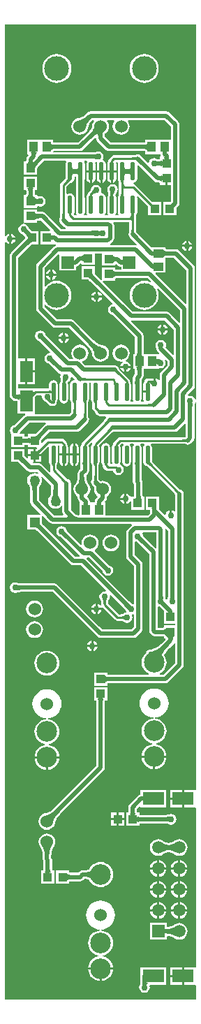
<source format=gbl>
G04 Layer_Physical_Order=2*
G04 Layer_Color=16711680*
%FSLAX25Y25*%
%MOIN*%
G70*
G01*
G75*
%ADD16R,0.04331X0.04331*%
%ADD19R,0.04331X0.04331*%
%ADD20C,0.02000*%
%ADD22C,0.01083*%
%ADD26C,0.06000*%
%ADD27C,0.09842*%
%ADD28C,0.11811*%
%ADD29R,0.05905X0.05905*%
%ADD30R,0.05905X0.05905*%
%ADD31C,0.05905*%
%ADD32C,0.04921*%
%ADD33R,0.04921X0.04921*%
%ADD34C,0.03000*%
%ADD35O,0.02165X0.09000*%
%ADD36R,0.06299X0.10236*%
%ADD37R,0.03937X0.05118*%
%ADD38R,0.05118X0.03937*%
%ADD39R,0.10236X0.06299*%
%ADD40C,0.01968*%
%ADD41C,0.01000*%
G36*
X-6957Y279946D02*
X-6852Y278326D01*
X-6824Y278238D01*
X-6792Y278187D01*
X-8207D01*
X-8176Y278238D01*
X-8148Y278326D01*
X-8123Y278449D01*
X-8101Y278608D01*
X-8068Y279035D01*
X-8041Y280321D01*
X-6959D01*
X-6957Y279946D01*
D02*
G37*
G36*
X-11957Y281946D02*
X-11852Y280326D01*
X-11824Y280238D01*
X-11792Y280187D01*
X-13207D01*
X-13176Y280238D01*
X-13148Y280326D01*
X-13123Y280449D01*
X-13101Y280608D01*
X-13068Y281035D01*
X-13041Y282321D01*
X-11959D01*
X-11957Y281946D01*
D02*
G37*
G36*
X-37596Y273861D02*
X-39294Y271984D01*
X-40887Y273577D01*
X-40834Y273596D01*
X-40751Y273649D01*
X-40637Y273735D01*
X-40322Y274008D01*
X-39010Y275275D01*
X-37596Y273861D01*
D02*
G37*
G36*
X4401Y276380D02*
X4342Y276366D01*
X4260Y276325D01*
X4155Y276255D01*
X4028Y276158D01*
X3702Y275879D01*
X2774Y274989D01*
X2008Y275754D01*
X2273Y276021D01*
X3344Y277241D01*
X3386Y277322D01*
X3400Y277381D01*
X4401Y276380D01*
D02*
G37*
G36*
X-1650Y283107D02*
X-430Y282036D01*
X-348Y281994D01*
X-290Y281980D01*
X-1290Y280980D01*
X-1304Y281038D01*
X-1346Y281120D01*
X-1416Y281225D01*
X-1513Y281353D01*
X-1792Y281678D01*
X-2682Y282606D01*
X-1916Y283372D01*
X-1650Y283107D01*
D02*
G37*
G36*
X-24028Y287808D02*
X-24027Y287594D01*
X-24000Y287379D01*
X-23947Y287163D01*
X-23868Y286946D01*
X-23764Y286729D01*
X-23634Y286511D01*
X-23478Y286293D01*
X-23296Y286074D01*
X-23089Y285854D01*
X-23855Y285088D01*
X-24170Y285401D01*
X-25673Y286730D01*
X-25787Y286797D01*
X-25876Y286833D01*
X-24004Y288022D01*
X-24028Y287808D01*
D02*
G37*
G36*
X-11640Y286526D02*
X-11706Y286410D01*
X-11766Y286285D01*
X-11817Y286151D01*
X-11860Y286007D01*
X-11896Y285855D01*
X-11923Y285694D01*
X-11943Y285524D01*
X-11959Y285156D01*
X-13041D01*
X-13045Y285345D01*
X-13077Y285694D01*
X-13104Y285855D01*
X-13140Y286007D01*
X-13183Y286151D01*
X-13234Y286285D01*
X-13293Y286410D01*
X-13360Y286526D01*
X-13435Y286633D01*
X-11565D01*
X-11640Y286526D01*
D02*
G37*
G36*
X43912Y285139D02*
X43890Y285043D01*
X43871Y284902D01*
X43841Y284486D01*
X43809Y282662D01*
X41809D01*
X41683Y285190D01*
X43936D01*
X43912Y285139D01*
D02*
G37*
G36*
X24703Y283573D02*
X24652Y283604D01*
X24564Y283633D01*
X24441Y283658D01*
X24281Y283679D01*
X23855Y283712D01*
X22569Y283739D01*
Y284822D01*
X22944Y284823D01*
X24564Y284928D01*
X24652Y284956D01*
X24703Y284988D01*
Y283573D01*
D02*
G37*
G36*
X5601Y272580D02*
X5542Y272566D01*
X5460Y272525D01*
X5356Y272455D01*
X5227Y272358D01*
X4902Y272079D01*
X3974Y271189D01*
X3209Y271954D01*
X3473Y272221D01*
X4544Y273441D01*
X4586Y273522D01*
X4600Y273581D01*
X5601Y272580D01*
D02*
G37*
G36*
X-6957Y263056D02*
X-6852Y261436D01*
X-6824Y261349D01*
X-6792Y261297D01*
X-8207D01*
X-8176Y261349D01*
X-8148Y261436D01*
X-8123Y261559D01*
X-8101Y261719D01*
X-8068Y262145D01*
X-8041Y263431D01*
X-6959D01*
X-6957Y263056D01*
D02*
G37*
G36*
X-28577Y262390D02*
X-28792Y262168D01*
X-29128Y261770D01*
X-29251Y261594D01*
X-29343Y261433D01*
X-29404Y261287D01*
X-29435Y261157D01*
Y261042D01*
X-29404Y260943D01*
X-29343Y260858D01*
X-30874Y262390D01*
X-30790Y262328D01*
X-30690Y262298D01*
X-30575D01*
X-30445Y262328D01*
X-30300Y262390D01*
X-30139Y262481D01*
X-29963Y262604D01*
X-29772Y262757D01*
X-29343Y263155D01*
X-28577Y262390D01*
D02*
G37*
G36*
X-37341Y260757D02*
X-37396Y260574D01*
X-37395Y260362D01*
X-37337Y260122D01*
X-37223Y259854D01*
X-37052Y259557D01*
X-36824Y259231D01*
X-36540Y258877D01*
X-35803Y258083D01*
X-37217Y256669D01*
X-37628Y257066D01*
X-38365Y257691D01*
X-38691Y257918D01*
X-38988Y258089D01*
X-39256Y258203D01*
X-39496Y258261D01*
X-39708Y258262D01*
X-39891Y258207D01*
X-40045Y258095D01*
X-37229Y260911D01*
X-37341Y260757D01*
D02*
G37*
G36*
X-4515Y294554D02*
X-4623Y294008D01*
Y287173D01*
X-4462Y286361D01*
X-4304Y286124D01*
X-4271Y286050D01*
X-4222Y285979D01*
X-4198Y285937D01*
X-4173Y285885D01*
X-4149Y285821D01*
X-4125Y285744D01*
X-4104Y285653D01*
X-4089Y285562D01*
X-4072Y285373D01*
Y283190D01*
X-3952Y282588D01*
X-3611Y282079D01*
X-3055Y281522D01*
X-2547Y280993D01*
X-2307Y280712D01*
X-2266Y280658D01*
X-2175Y280200D01*
X-1733Y279538D01*
X-1071Y279096D01*
X-291Y278941D01*
X2436D01*
X2703Y278441D01*
X2516Y278161D01*
X2434Y277750D01*
X1620Y276823D01*
X-8611Y266592D01*
X-8952Y266082D01*
X-9071Y265480D01*
Y265405D01*
X-9462Y264821D01*
X-9623Y264008D01*
Y257173D01*
X-9562Y256866D01*
X-9539Y255735D01*
Y253783D01*
X-10300Y253022D01*
X-10742Y252361D01*
X-10898Y251580D01*
Y250742D01*
X-10988Y249495D01*
X-11069Y248928D01*
X-11172Y248408D01*
X-11295Y247949D01*
X-11434Y247549D01*
X-11587Y247210D01*
X-11748Y246931D01*
X-11956Y246654D01*
X-11988Y246587D01*
X-12352Y246112D01*
X-12755Y245139D01*
X-12893Y244094D01*
X-12755Y243050D01*
X-12352Y242077D01*
X-11711Y241242D01*
X-10898Y240617D01*
Y240052D01*
X-10742Y239272D01*
X-10300Y238610D01*
X-9893Y238203D01*
X-10055Y237811D01*
X-10055D01*
Y232061D01*
X-10555Y231709D01*
X-10565Y231710D01*
X-10857Y231766D01*
X-11136Y231843D01*
X-11404Y231941D01*
X-11663Y232061D01*
X-11914Y232204D01*
X-12160Y232371D01*
X-12347Y232520D01*
X-14151Y234325D01*
Y246971D01*
X-14307Y247751D01*
X-14749Y248413D01*
X-15410Y248855D01*
X-15821Y248937D01*
X-16748Y249751D01*
X-20928Y253931D01*
Y255382D01*
X-20926Y255443D01*
X-20913Y255549D01*
X-20896Y255653D01*
X-20875Y255744D01*
X-20851Y255821D01*
X-20827Y255885D01*
X-20802Y255937D01*
X-20778Y255979D01*
X-20729Y256049D01*
X-20696Y256124D01*
X-20538Y256361D01*
X-20377Y257173D01*
Y264008D01*
X-20485Y264554D01*
X-20178Y264964D01*
X-19822D01*
X-19515Y264554D01*
X-19623Y264008D01*
Y261090D01*
X-15376D01*
Y264008D01*
X-15538Y264821D01*
X-15928Y265405D01*
Y265590D01*
X-16048Y266191D01*
X-16389Y266701D01*
X-17479Y267792D01*
X-17989Y268132D01*
X-18590Y268252D01*
X-25052D01*
X-25654Y268132D01*
X-26163Y267792D01*
X-27869Y266086D01*
X-28331Y266277D01*
Y266610D01*
X-28323Y266648D01*
X-28331Y266686D01*
Y267424D01*
X-28310Y267460D01*
X-28137Y267709D01*
X-27648Y268287D01*
X-24494Y271441D01*
X-11500D01*
X-10720Y271596D01*
X-10058Y272038D01*
X-6058Y276038D01*
X-5616Y276700D01*
X-5461Y277480D01*
X-5616Y278261D01*
X-5849Y278609D01*
X-5928Y279840D01*
Y285382D01*
X-5926Y285443D01*
X-5914Y285549D01*
X-5896Y285653D01*
X-5875Y285744D01*
X-5851Y285821D01*
X-5827Y285885D01*
X-5802Y285937D01*
X-5778Y285979D01*
X-5729Y286050D01*
X-5696Y286124D01*
X-5538Y286361D01*
X-5376Y287173D01*
Y294008D01*
X-5485Y294554D01*
X-5178Y294964D01*
X-4822D01*
X-4515Y294554D01*
D02*
G37*
G36*
X-33637Y265323D02*
X-33658Y265513D01*
X-33718Y265683D01*
X-33819Y265833D01*
X-33959Y265963D01*
X-34141Y266073D01*
X-34362Y266163D01*
X-34623Y266233D01*
X-34925Y266283D01*
X-35267Y266313D01*
X-35649Y266323D01*
Y268323D01*
X-35267Y268333D01*
X-34925Y268363D01*
X-34623Y268413D01*
X-34362Y268483D01*
X-34141Y268573D01*
X-33959Y268683D01*
X-33819Y268813D01*
X-33718Y268963D01*
X-33658Y269133D01*
X-33637Y269323D01*
Y265323D01*
D02*
G37*
G36*
X-27929Y269476D02*
X-28325Y269066D01*
X-28947Y268331D01*
X-29173Y268005D01*
X-29343Y267708D01*
X-29456Y267440D01*
X-29513Y267199D01*
Y266987D01*
X-29456Y266803D01*
X-29343Y266648D01*
X-32171Y269476D01*
X-32016Y269363D01*
X-31832Y269307D01*
X-31620D01*
X-31379Y269363D01*
X-31111Y269476D01*
X-30814Y269646D01*
X-30488Y269872D01*
X-30135Y270155D01*
X-29343Y270890D01*
X-27929Y269476D01*
D02*
G37*
G36*
X-26149Y275377D02*
X-26154Y275341D01*
X-26781Y274922D01*
X-30438Y271265D01*
X-30801Y270928D01*
X-31099Y270690D01*
X-31359Y270509D01*
X-31395Y270488D01*
X-32133D01*
X-32171Y270496D01*
X-32209Y270488D01*
X-34661D01*
Y269462D01*
X-34687Y269451D01*
X-34839Y269411D01*
X-35053Y269375D01*
X-35203Y269362D01*
X-36205D01*
Y270488D01*
X-38317D01*
X-38553Y270929D01*
X-38436Y271105D01*
X-38357Y271499D01*
X-37120Y272867D01*
X-34146Y275841D01*
X-26447D01*
X-26149Y275377D01*
D02*
G37*
G36*
X41003Y266673D02*
X40951Y266704D01*
X40864Y266733D01*
X40741Y266757D01*
X40581Y266779D01*
X40155Y266812D01*
X38869Y266839D01*
Y267922D01*
X39244Y267923D01*
X40864Y268028D01*
X40951Y268056D01*
X41003Y268088D01*
Y266673D01*
D02*
G37*
G36*
X40770Y275350D02*
Y269325D01*
X40470Y269024D01*
X39350Y268952D01*
X9400D01*
X9400Y268952D01*
X8799Y268832D01*
X8289Y268492D01*
X8289Y268492D01*
X6389Y266592D01*
X6048Y266082D01*
X5928Y265480D01*
Y265405D01*
X5538Y264821D01*
X5377Y264008D01*
Y257173D01*
X5497Y256569D01*
X5202Y256167D01*
X4798D01*
X4503Y256569D01*
X4623Y257173D01*
Y264008D01*
X4462Y264821D01*
X4002Y265509D01*
X3313Y265970D01*
X2500Y266131D01*
X1687Y265970D01*
X998Y265509D01*
X538Y264821D01*
X377Y264008D01*
Y257173D01*
X538Y256361D01*
X927Y255778D01*
X929Y255760D01*
Y255480D01*
X1048Y254879D01*
X1389Y254369D01*
X2389Y253369D01*
X2389Y253369D01*
X2899Y253028D01*
X3500Y252909D01*
X6054D01*
X6154Y252405D01*
X6707Y251578D01*
X7534Y251025D01*
X8509Y250831D01*
X9485Y251025D01*
X10312Y251578D01*
X10864Y252405D01*
X11058Y253380D01*
X10864Y254356D01*
X10312Y255183D01*
X9596Y255661D01*
X9359Y256207D01*
X9462Y256361D01*
X9623Y257173D01*
Y264008D01*
X9462Y264821D01*
X9302Y265060D01*
X10051Y265809D01*
X10615D01*
X10864Y265309D01*
X10538Y264821D01*
X10377Y264008D01*
Y257173D01*
X10538Y256361D01*
X10999Y255672D01*
X11687Y255211D01*
X12500Y255050D01*
X13313Y255211D01*
X14002Y255672D01*
X14462Y256361D01*
X14624Y257173D01*
Y264008D01*
X14462Y264821D01*
X14136Y265309D01*
X14385Y265809D01*
X15615D01*
X15865Y265309D01*
X15538Y264821D01*
X15377Y264008D01*
Y257173D01*
X15438Y256866D01*
X15461Y255735D01*
Y247691D01*
X15616Y246910D01*
X16058Y246249D01*
X16071Y246236D01*
Y241124D01*
X16058Y240975D01*
X16023Y240762D01*
X15982Y240610D01*
X15971Y240582D01*
X14567Y240583D01*
X14139Y240756D01*
X13732Y241365D01*
X12905Y241917D01*
X12430Y242012D01*
Y239562D01*
Y237113D01*
X12905Y237207D01*
X13732Y237760D01*
X14067Y238261D01*
X14567Y238109D01*
Y234252D01*
X20898D01*
Y239535D01*
X20905Y239574D01*
X20898Y239611D01*
Y240582D01*
X20215D01*
X20189Y240704D01*
X20149Y241118D01*
Y247080D01*
X19994Y247861D01*
X19552Y248522D01*
X19539Y248535D01*
Y256539D01*
X19545Y256710D01*
X19550Y256758D01*
X19547Y256788D01*
X19624Y257173D01*
Y264008D01*
X19462Y264821D01*
X19136Y265309D01*
X19385Y265809D01*
X20615D01*
X20865Y265309D01*
X20538Y264821D01*
X20377Y264008D01*
Y257173D01*
X20538Y256361D01*
X20999Y255672D01*
X21687Y255211D01*
X21871Y255175D01*
X21882Y255168D01*
X21959Y255157D01*
X21967Y255156D01*
X22043Y255126D01*
X22130Y255111D01*
X22179Y255098D01*
X22235Y255078D01*
X22298Y255050D01*
X22369Y255012D01*
X22448Y254963D01*
X22524Y254910D01*
X22670Y254788D01*
X34945Y242513D01*
X35453Y241984D01*
X35670Y241729D01*
Y233896D01*
X35170Y233635D01*
X34559Y234043D01*
X34084Y234138D01*
Y231688D01*
X33084D01*
Y234138D01*
X32608Y234043D01*
X31781Y233491D01*
X31229Y232664D01*
X31087Y231953D01*
X30544Y231788D01*
X27984Y234348D01*
Y235222D01*
X27992Y235260D01*
X27984Y235298D01*
Y240582D01*
X21654D01*
Y234252D01*
X23551D01*
Y232719D01*
X22517Y231684D01*
X2181D01*
Y237811D01*
X2181D01*
X2019Y238203D01*
X2426Y238610D01*
X2868Y239271D01*
X3023Y240052D01*
Y240617D01*
X3837Y241242D01*
X4478Y242077D01*
X4881Y243050D01*
X5019Y244094D01*
X4881Y245139D01*
X4478Y246112D01*
X3837Y246947D01*
X3001Y247588D01*
X2028Y247992D01*
X984Y248129D01*
X35Y248004D01*
X-604Y248567D01*
X-856Y248819D01*
X-928Y249939D01*
Y255382D01*
X-926Y255443D01*
X-914Y255549D01*
X-896Y255653D01*
X-875Y255744D01*
X-851Y255821D01*
X-827Y255885D01*
X-802Y255937D01*
X-778Y255979D01*
X-729Y256049D01*
X-696Y256124D01*
X-538Y256361D01*
X-377Y257173D01*
Y264008D01*
X-538Y264821D01*
X-698Y265060D01*
X5058Y270816D01*
X5587Y271323D01*
X5842Y271541D01*
X35409D01*
X36190Y271696D01*
X36851Y272138D01*
X40270Y275557D01*
X40770Y275350D01*
D02*
G37*
G36*
X-6640Y286526D02*
X-6707Y286410D01*
X-6766Y286285D01*
X-6817Y286151D01*
X-6860Y286007D01*
X-6896Y285855D01*
X-6923Y285694D01*
X-6943Y285524D01*
X-6959Y285156D01*
X-8041D01*
X-8045Y285345D01*
X-8077Y285694D01*
X-8104Y285855D01*
X-8140Y286007D01*
X-8183Y286151D01*
X-8234Y286285D01*
X-8293Y286410D01*
X-8360Y286526D01*
X-8435Y286633D01*
X-6565D01*
X-6640Y286526D01*
D02*
G37*
G36*
X20279Y302551D02*
X20116Y302491D01*
X19973Y302391D01*
X19848Y302251D01*
X19743Y302071D01*
X19657Y301851D01*
X19590Y301591D01*
X19542Y301291D01*
X19514Y300951D01*
X19504Y300571D01*
X17504D01*
X17494Y300951D01*
X17466Y301291D01*
X17418Y301591D01*
X17351Y301851D01*
X17265Y302071D01*
X17160Y302251D01*
X17035Y302391D01*
X16892Y302491D01*
X16729Y302551D01*
X16548Y302571D01*
X20461D01*
X20279Y302551D01*
D02*
G37*
G36*
X32070Y305036D02*
Y303325D01*
X28868Y300122D01*
X28425Y299461D01*
X28270Y298680D01*
Y296248D01*
X27770Y296096D01*
X27512Y296483D01*
X26685Y297035D01*
X26209Y297130D01*
Y294680D01*
X25210D01*
Y297130D01*
X24869Y297062D01*
X23706Y297052D01*
X22500D01*
X21899Y296932D01*
X21389Y296592D01*
X21048Y296082D01*
X20929Y295480D01*
Y295405D01*
X20538Y294820D01*
X20377Y294008D01*
Y291090D01*
X22500D01*
Y290090D01*
X20377D01*
Y287173D01*
X20538Y286361D01*
X20583Y286293D01*
X20348Y285852D01*
X19652D01*
X19417Y286293D01*
X19462Y286361D01*
X19624Y287173D01*
Y294008D01*
X19562Y294315D01*
X19539Y295446D01*
Y296436D01*
X19946Y296842D01*
X20388Y297504D01*
X20543Y298284D01*
Y301027D01*
X20555Y301168D01*
X20590Y301383D01*
X20629Y301537D01*
X20638Y301559D01*
X21335D01*
X21473Y301559D01*
X21835D01*
X21973Y301559D01*
X27772D01*
Y301604D01*
X28158Y301921D01*
X28609Y301831D01*
X29585Y302025D01*
X30412Y302578D01*
X30964Y303405D01*
X31158Y304380D01*
X30964Y305356D01*
X30806Y305593D01*
X31194Y305911D01*
X32070Y305036D01*
D02*
G37*
G36*
X-8933Y297356D02*
X-8845Y297328D01*
X-8722Y297303D01*
X-8563Y297282D01*
X-8136Y297248D01*
X-6850Y297222D01*
Y296139D01*
X-7225Y296137D01*
X-8845Y296033D01*
X-8933Y296004D01*
X-8984Y295973D01*
Y297388D01*
X-8933Y297356D01*
D02*
G37*
G36*
X7875Y301022D02*
X7917Y300941D01*
X7986Y300836D01*
X8084Y300708D01*
X8362Y300382D01*
X9252Y299454D01*
X8487Y298689D01*
X8220Y298953D01*
X7000Y300025D01*
X6919Y300066D01*
X6860Y300080D01*
X7861Y301081D01*
X7875Y301022D01*
D02*
G37*
G36*
X-22774Y306623D02*
X-22722Y306540D01*
X-22636Y306427D01*
X-22363Y306112D01*
X-21096Y304800D01*
X-22510Y303386D01*
X-24387Y305083D01*
X-22794Y306677D01*
X-22774Y306623D01*
D02*
G37*
G36*
X35070Y320314D02*
Y308457D01*
X34608Y308265D01*
X31126Y311748D01*
X31164Y311805D01*
X31358Y312780D01*
X31164Y313756D01*
X30612Y314583D01*
X29785Y315135D01*
X28809Y315329D01*
X27834Y315135D01*
X27007Y314583D01*
X26454Y313756D01*
X26261Y312780D01*
X26454Y311805D01*
X26770Y311332D01*
Y311180D01*
X26926Y310400D01*
X27367Y309738D01*
X28040Y309066D01*
X27722Y308677D01*
X21973D01*
X21835Y308677D01*
X21473D01*
X21335Y308677D01*
X20621D01*
X20613Y308697D01*
X20574Y308844D01*
X20539Y309052D01*
X20527Y309194D01*
Y317294D01*
X20543Y317375D01*
X20388Y318155D01*
X19946Y318817D01*
X14504Y324258D01*
X14737Y324732D01*
X30651D01*
X35070Y320314D01*
D02*
G37*
G36*
X-4101Y314588D02*
X-2994Y313623D01*
X-2473Y313226D01*
X-1974Y312887D01*
X-1497Y312604D01*
X-1042Y312380D01*
X-609Y312212D01*
X-197Y312102D01*
X192Y312049D01*
X-2994Y308863D01*
X-3047Y309252D01*
X-3157Y309664D01*
X-3325Y310097D01*
X-3549Y310552D01*
X-3831Y311029D01*
X-4171Y311528D01*
X-4567Y312049D01*
X-5533Y313156D01*
X-6101Y313742D01*
X-4687Y315156D01*
X-4101Y314588D01*
D02*
G37*
G36*
X26759Y306206D02*
X26793Y306184D01*
X26849Y306165D01*
X26928Y306148D01*
X27029Y306134D01*
X27299Y306114D01*
X27872Y306102D01*
Y305687D01*
X27872Y305687D01*
X27872Y305683D01*
Y304134D01*
X27658Y304133D01*
X27562Y304127D01*
X27428Y303456D01*
X27307Y303585D01*
X27153Y303700D01*
X26969Y303802D01*
X26754Y303890D01*
X26507Y303964D01*
X26228Y304025D01*
X25919Y304073D01*
X25578Y304107D01*
X24803Y304134D01*
X24903Y306102D01*
X26748Y305844D01*
Y306230D01*
X26759Y306206D01*
D02*
G37*
G36*
X19498Y309260D02*
X19527Y308925D01*
X19576Y308630D01*
X19644Y308374D01*
X19731Y308157D01*
X19838Y307980D01*
X19965Y307842D01*
X20110Y307744D01*
X20276Y307685D01*
X20461Y307665D01*
X16548D01*
X16732Y307685D01*
X16898Y307744D01*
X17043Y307842D01*
X17170Y307980D01*
X17277Y308157D01*
X17364Y308374D01*
X17432Y308630D01*
X17481Y308925D01*
X17510Y309260D01*
X17520Y309634D01*
X19488D01*
X19498Y309260D01*
D02*
G37*
G36*
X18543Y294287D02*
X16457D01*
X16465Y294327D01*
X16473Y294405D01*
X16489Y294865D01*
X16500Y296391D01*
X18500D01*
X18543Y294287D01*
D02*
G37*
G36*
X-38559Y286180D02*
X-38579Y286370D01*
X-38639Y286540D01*
X-38740Y286690D01*
X-38881Y286820D01*
X-39062Y286930D01*
X-39283Y287020D01*
X-39545Y287090D01*
X-39846Y287140D01*
X-40189Y287170D01*
X-40571Y287180D01*
Y289180D01*
X-40189Y289190D01*
X-39846Y289220D01*
X-39545Y289270D01*
X-39283Y289340D01*
X-39062Y289430D01*
X-38881Y289540D01*
X-38740Y289670D01*
X-38639Y289820D01*
X-38579Y289990D01*
X-38559Y290180D01*
Y286180D01*
D02*
G37*
G36*
X-33042Y287846D02*
X-33306Y287580D01*
X-34377Y286360D01*
X-34419Y286279D01*
X-34433Y286220D01*
X-35434Y287221D01*
X-35375Y287234D01*
X-35293Y287276D01*
X-35189Y287346D01*
X-35061Y287443D01*
X-34735Y287721D01*
X-33807Y288612D01*
X-33042Y287846D01*
D02*
G37*
G36*
X-1640Y286526D02*
X-1706Y286410D01*
X-1766Y286285D01*
X-1817Y286151D01*
X-1860Y286007D01*
X-1896Y285855D01*
X-1923Y285694D01*
X-1943Y285524D01*
X-1959Y285156D01*
X-3041D01*
X-3045Y285345D01*
X-3077Y285694D01*
X-3104Y285855D01*
X-3140Y286007D01*
X-3183Y286151D01*
X-3234Y286285D01*
X-3293Y286410D01*
X-3360Y286526D01*
X-3435Y286633D01*
X-1565D01*
X-1640Y286526D01*
D02*
G37*
G36*
X-21899Y286302D02*
X-21911Y286277D01*
X-21923Y286235D01*
X-21932Y286176D01*
X-21940Y286101D01*
X-21956Y285773D01*
X-21959Y285471D01*
X-23041D01*
X-23042Y285630D01*
X-23077Y286235D01*
X-23088Y286277D01*
X-23101Y286302D01*
X-23115Y286311D01*
X-21885D01*
X-21899Y286302D01*
D02*
G37*
G36*
X-23568Y289508D02*
X-23579Y289611D01*
X-23612Y289703D01*
X-23666Y289784D01*
X-23743Y289854D01*
X-23842Y289914D01*
X-23962Y289963D01*
X-24104Y290001D01*
X-24269Y290027D01*
X-24455Y290044D01*
X-24663Y290049D01*
Y291132D01*
X-24455Y291137D01*
X-24269Y291154D01*
X-24104Y291181D01*
X-23962Y291218D01*
X-23842Y291267D01*
X-23743Y291327D01*
X-23666Y291397D01*
X-23612Y291478D01*
X-23579Y291570D01*
X-23568Y291673D01*
Y289508D01*
D02*
G37*
G36*
X7106Y295849D02*
X7228Y295415D01*
X7295Y295252D01*
X7367Y295126D01*
X7443Y295035D01*
X7524Y294981D01*
X7608Y294962D01*
X7698Y294980D01*
X7791Y295033D01*
X6420Y294008D01*
X6412Y293963D01*
X6401Y293941D01*
X6387Y293942D01*
X6372Y293966D01*
X6354Y294013D01*
X6333Y294083D01*
X6285Y294290D01*
X6228Y294589D01*
X7051Y296119D01*
X7106Y295849D01*
D02*
G37*
G36*
X24316Y294125D02*
X24239Y294280D01*
X24140Y294418D01*
X24016Y294540D01*
X23870Y294646D01*
X23700Y294736D01*
X23507Y294809D01*
X23290Y294866D01*
X23050Y294906D01*
X22787Y294931D01*
X22500Y294939D01*
Y296022D01*
X25085Y296044D01*
X24316Y294125D01*
D02*
G37*
G36*
X-31530Y289358D02*
X-31678Y289203D01*
X-31810Y289048D01*
X-31927Y288894D01*
X-32028Y288740D01*
X-32113Y288586D01*
X-32183Y288434D01*
X-32238Y288281D01*
X-32276Y288129D01*
X-32300Y287978D01*
X-32307Y287827D01*
Y290889D01*
X-32300Y290749D01*
X-32276Y290640D01*
X-32238Y290563D01*
X-32183Y290516D01*
X-32113Y290500D01*
X-32028Y290516D01*
X-31927Y290563D01*
X-31810Y290640D01*
X-31678Y290749D01*
X-31530Y290889D01*
Y289358D01*
D02*
G37*
G36*
X-15754Y296371D02*
X-15983Y296185D01*
X-16188Y295982D01*
X-16368Y295761D01*
X-16525Y295522D01*
X-16657Y295265D01*
X-16766Y294990D01*
X-16781Y294937D01*
X-16766Y294896D01*
X-16706Y294771D01*
X-16640Y294655D01*
X-16565Y294548D01*
X-16879D01*
X-16910Y294388D01*
X-16947Y294060D01*
X-16959Y293714D01*
X-18041Y293951D01*
X-18028Y294548D01*
X-18435D01*
X-18360Y294655D01*
X-18293Y294771D01*
X-18234Y294896D01*
X-18183Y295030D01*
X-18140Y295174D01*
X-18104Y295326D01*
X-18077Y295487D01*
X-18057Y295657D01*
X-18041Y296025D01*
X-17995D01*
X-17976Y296897D01*
X-15754Y296371D01*
D02*
G37*
G36*
X3094Y256295D02*
X3083Y256271D01*
X3073Y256229D01*
X3064Y256172D01*
X3052Y256007D01*
X3041Y255480D01*
X1959D01*
X1958Y255637D01*
X1918Y256271D01*
X1907Y256295D01*
X1894Y256304D01*
X3106D01*
X3094Y256295D01*
D02*
G37*
G36*
X35336Y191471D02*
X33083D01*
X33107Y191522D01*
X33128Y191618D01*
X33147Y191759D01*
X33178Y192175D01*
X33209Y193998D01*
X35209D01*
X35336Y191471D01*
D02*
G37*
G36*
X29936Y191671D02*
X27683D01*
X27707Y191722D01*
X27729Y191818D01*
X27747Y191959D01*
X27778Y192375D01*
X27809Y194198D01*
X29809D01*
X29936Y191671D01*
D02*
G37*
G36*
X2976Y191766D02*
X2870Y191582D01*
X2775Y191369D01*
X2694Y191129D01*
X2625Y190861D01*
X2569Y190564D01*
X2525Y190240D01*
X2475Y189507D01*
X2468Y189099D01*
X1469D01*
X1462Y189507D01*
X1412Y190240D01*
X1368Y190564D01*
X1312Y190861D01*
X1243Y191129D01*
X1161Y191369D01*
X1068Y191582D01*
X961Y191766D01*
X842Y191923D01*
X3095D01*
X2976Y191766D01*
D02*
G37*
G36*
X32170Y224395D02*
Y192877D01*
X32159Y192220D01*
X32133Y191873D01*
X31855Y191456D01*
X31356Y191512D01*
X31170Y191628D01*
X31164Y191656D01*
X30941Y191990D01*
X30849Y193833D01*
Y224780D01*
X30792Y225066D01*
X31253Y225312D01*
X32170Y224395D01*
D02*
G37*
G36*
X-39749Y198283D02*
X-39653Y198261D01*
X-39512Y198242D01*
X-39096Y198212D01*
X-37273Y198180D01*
Y196180D01*
X-39800Y196054D01*
Y198307D01*
X-39749Y198283D01*
D02*
G37*
G36*
X26770Y216210D02*
X26270Y216003D01*
X20946Y221327D01*
X20490Y221800D01*
X20262Y222063D01*
X20164Y222556D01*
X19907Y222941D01*
X20174Y223441D01*
X26770D01*
Y216210D01*
D02*
G37*
G36*
X19326Y221623D02*
X19378Y221540D01*
X19464Y221427D01*
X19737Y221112D01*
X21004Y219800D01*
X19590Y218386D01*
X17713Y220083D01*
X19306Y221676D01*
X19326Y221623D01*
D02*
G37*
G36*
X-24497Y228203D02*
X-23835Y227761D01*
X-23055Y227606D01*
X-12985D01*
X-12971Y227596D01*
X-12191Y227441D01*
X-12190Y227441D01*
X14744D01*
X14896Y226941D01*
X14867Y226922D01*
X12867Y224922D01*
X12426Y224261D01*
X12270Y223480D01*
Y211880D01*
X12426Y211100D01*
X12867Y210438D01*
X16070Y207236D01*
Y189404D01*
X15660Y189125D01*
X15570Y189138D01*
X15190Y189214D01*
X13823Y190451D01*
X-6667Y210941D01*
X-6460Y211441D01*
X-5435D01*
X373Y205633D01*
X829Y205161D01*
X1056Y204897D01*
X1154Y204405D01*
X1707Y203578D01*
X2534Y203025D01*
X3509Y202831D01*
X4485Y203025D01*
X5312Y203578D01*
X5864Y204405D01*
X6058Y205380D01*
X5864Y206356D01*
X5312Y207183D01*
X4485Y207735D01*
X4090Y207814D01*
X2723Y209051D01*
X-2783Y214557D01*
X-2803Y214601D01*
X-2726Y215207D01*
X-2147Y215651D01*
X-1506Y216487D01*
X-1103Y217460D01*
X-965Y218504D01*
X-1103Y219548D01*
X-1506Y220521D01*
X-2147Y221357D01*
X-2983Y221998D01*
X-3956Y222401D01*
X-5000Y222538D01*
X-6044Y222401D01*
X-7017Y221998D01*
X-7853Y221357D01*
X-8494Y220521D01*
X-8897Y219548D01*
X-9035Y218504D01*
X-8960Y217941D01*
X-9434Y217707D01*
X-15428Y223702D01*
X-15884Y224174D01*
X-16112Y224438D01*
X-16210Y224930D01*
X-16762Y225757D01*
X-17590Y226310D01*
X-18565Y226504D01*
X-19540Y226310D01*
X-20367Y225757D01*
X-20920Y224930D01*
X-21114Y223955D01*
X-20920Y222979D01*
X-20367Y222152D01*
X-19540Y221600D01*
X-19146Y221521D01*
X-17778Y220284D01*
X-9879Y212385D01*
X-10086Y211885D01*
X-12151D01*
X-27259Y226993D01*
X-27596Y227356D01*
X-27834Y227654D01*
X-28015Y227914D01*
X-28036Y227950D01*
Y228688D01*
X-28028Y228726D01*
X-28036Y228765D01*
Y231088D01*
X-27574Y231279D01*
X-24497Y228203D01*
D02*
G37*
G36*
X3606Y206877D02*
X2012Y205284D01*
X1993Y205337D01*
X1941Y205420D01*
X1855Y205533D01*
X1582Y205849D01*
X315Y207161D01*
X1729Y208575D01*
X3606Y206877D01*
D02*
G37*
G36*
X30326Y190723D02*
X30378Y190640D01*
X30464Y190527D01*
X30737Y190212D01*
X32004Y188900D01*
X30590Y187486D01*
X28713Y189183D01*
X30306Y190777D01*
X30326Y190723D01*
D02*
G37*
G36*
X32812Y169685D02*
X31953Y168788D01*
X30489Y167019D01*
X29884Y166147D01*
X29365Y165285D01*
X28930Y164431D01*
X28580Y163585D01*
X28316Y162749D01*
X28136Y161921D01*
X28041Y161102D01*
X22814Y166328D01*
X23633Y166423D01*
X24461Y166603D01*
X25298Y166868D01*
X26143Y167218D01*
X26997Y167652D01*
X27860Y168172D01*
X28731Y168776D01*
X29612Y169466D01*
X31398Y171099D01*
X32812Y169685D01*
D02*
G37*
G36*
X35275Y173811D02*
X35105Y173751D01*
X34955Y173651D01*
X34825Y173511D01*
X34715Y173331D01*
X34625Y173111D01*
X34555Y172851D01*
X34505Y172551D01*
X34475Y172211D01*
X34465Y171831D01*
X32465D01*
X32455Y172211D01*
X32425Y172551D01*
X32375Y172851D01*
X32305Y173111D01*
X32215Y173331D01*
X32105Y173511D01*
X31975Y173651D01*
X31825Y173751D01*
X31655Y173811D01*
X31465Y173831D01*
X35465D01*
X35275Y173811D01*
D02*
G37*
G36*
X2162Y155353D02*
X2222Y155183D01*
X2323Y155033D01*
X2463Y154903D01*
X2644Y154793D01*
X2866Y154703D01*
X3127Y154633D01*
X3429Y154583D01*
X3771Y154553D01*
X4153Y154543D01*
Y152543D01*
X3771Y152533D01*
X3429Y152503D01*
X3127Y152453D01*
X2866Y152383D01*
X2644Y152293D01*
X2463Y152183D01*
X2323Y152053D01*
X2222Y151903D01*
X2162Y151733D01*
X2141Y151543D01*
Y155543D01*
X2162Y155353D01*
D02*
G37*
G36*
X35670Y170553D02*
Y161225D01*
X30028Y155582D01*
X28296D01*
X28171Y156082D01*
X28896Y156470D01*
X29798Y157210D01*
X30538Y158112D01*
X31087Y159140D01*
X31426Y160257D01*
X31541Y161417D01*
X31426Y162578D01*
X31087Y163694D01*
X30538Y164723D01*
X30352Y164949D01*
X30741Y165593D01*
X31302Y166402D01*
X32715Y168109D01*
X32916Y168320D01*
X34907Y170310D01*
X34907Y170310D01*
X35172Y170707D01*
X35670Y170553D01*
D02*
G37*
G36*
X31323Y173984D02*
X31303Y174174D01*
X31243Y174344D01*
X31142Y174494D01*
X31001Y174624D01*
X30820Y174734D01*
X30599Y174824D01*
X30337Y174894D01*
X30036Y174944D01*
X29694Y174974D01*
X29311Y174984D01*
Y176984D01*
X29694Y176994D01*
X30036Y177024D01*
X30337Y177074D01*
X30599Y177144D01*
X30820Y177234D01*
X31001Y177344D01*
X31142Y177474D01*
X31243Y177624D01*
X31303Y177794D01*
X31323Y177984D01*
Y173984D01*
D02*
G37*
G36*
X11473Y187033D02*
X11929Y186561D01*
X12156Y186298D01*
X12251Y185824D01*
X12265Y185679D01*
X12102Y185285D01*
X11665Y185198D01*
X11064Y184796D01*
X11033Y184781D01*
X10973Y184736D01*
X10882Y184675D01*
X10847Y184655D01*
X10727Y184601D01*
X10566Y184547D01*
X10366Y184495D01*
X10128Y184450D01*
X9864Y184415D01*
X9252Y184373D01*
X8735D01*
X3503Y189604D01*
X3540Y190137D01*
X3576Y190401D01*
X3621Y190638D01*
X3672Y190838D01*
X3726Y190999D01*
X3780Y191120D01*
X3800Y191155D01*
X3861Y191246D01*
X3906Y191306D01*
X3921Y191336D01*
X4323Y191938D01*
X4518Y192913D01*
X4426Y193373D01*
X4887Y193619D01*
X11473Y187033D01*
D02*
G37*
G36*
X14706Y188277D02*
X13113Y186684D01*
X13093Y186737D01*
X13041Y186820D01*
X12955Y186933D01*
X12682Y187249D01*
X11415Y188561D01*
X12829Y189975D01*
X14706Y188277D01*
D02*
G37*
G36*
X27849Y188322D02*
X28229Y188247D01*
X29596Y187010D01*
X30009Y186597D01*
X30299Y186236D01*
X30299D01*
X30299Y186236D01*
Y179906D01*
X35670D01*
Y179150D01*
X30299D01*
Y178123D01*
X30274Y178113D01*
X30122Y178072D01*
X29908Y178037D01*
X29758Y178024D01*
X27349D01*
Y188056D01*
X27759Y188336D01*
X27849Y188322D01*
D02*
G37*
G36*
X11650Y181717D02*
X11494Y181836D01*
X11310Y181942D01*
X11097Y182036D01*
X10857Y182118D01*
X10588Y182187D01*
X10292Y182243D01*
X9968Y182287D01*
X9235Y182337D01*
X8827Y182343D01*
Y183343D01*
X9235Y183350D01*
X9968Y183400D01*
X10292Y183443D01*
X10588Y183500D01*
X10857Y183569D01*
X11097Y183650D01*
X11310Y183744D01*
X11494Y183851D01*
X11650Y183970D01*
Y181717D01*
D02*
G37*
G36*
X-17049Y223998D02*
X-16996Y223915D01*
X-16910Y223802D01*
X-16637Y223486D01*
X-15370Y222174D01*
X-16784Y220760D01*
X-18661Y222458D01*
X-17068Y224051D01*
X-17049Y223998D01*
D02*
G37*
G36*
X-7846Y250798D02*
X-7743Y249386D01*
X-7653Y248756D01*
X-7538Y248177D01*
X-7397Y247649D01*
X-7231Y247171D01*
X-7039Y246744D01*
X-6821Y246368D01*
X-6577Y246043D01*
X-11139D01*
X-10896Y246368D01*
X-10678Y246744D01*
X-10486Y247171D01*
X-10319Y247649D01*
X-10179Y248177D01*
X-10063Y248756D01*
X-9974Y249386D01*
X-9871Y250798D01*
X-9858Y251580D01*
X-7858D01*
X-7846Y250798D01*
D02*
G37*
G36*
X-17550Y249098D02*
X-16330Y248027D01*
X-16249Y247985D01*
X-16190Y247971D01*
X-17190Y246970D01*
X-17205Y247029D01*
X-17246Y247111D01*
X-17316Y247216D01*
X-17413Y247343D01*
X-17692Y247669D01*
X-18582Y248597D01*
X-17817Y249362D01*
X-17550Y249098D01*
D02*
G37*
G36*
X-29809Y246503D02*
X-29954Y246231D01*
X-30081Y245906D01*
X-30191Y245529D01*
X-30284Y245099D01*
X-30360Y244617D01*
X-30462Y243494D01*
X-30496Y242161D01*
X-32496D01*
X-32505Y242854D01*
X-32632Y244617D01*
X-32708Y245099D01*
X-32801Y245529D01*
X-32912Y245906D01*
X-33039Y246231D01*
X-33183Y246503D01*
X-33344Y246722D01*
X-29648D01*
X-29809Y246503D01*
D02*
G37*
G36*
X-1957Y250044D02*
X-1852Y248424D01*
X-1824Y248337D01*
X-1792Y248285D01*
X-1510Y248006D01*
X-346Y246981D01*
X-241Y246919D01*
X-161Y246888D01*
X-107Y246889D01*
X-1810Y245185D01*
X-1810Y245240D01*
X-1840Y245320D01*
X-1902Y245425D01*
X-1995Y245555D01*
X-2119Y245711D01*
X-2678Y246331D01*
X-3207Y246872D01*
X-1793Y248285D01*
X-3207D01*
X-3176Y248337D01*
X-3148Y248424D01*
X-3123Y248547D01*
X-3101Y248707D01*
X-3068Y249133D01*
X-3041Y250419D01*
X-1959D01*
X-1957Y250044D01*
D02*
G37*
G36*
X-6465Y256854D02*
X-6472Y256776D01*
X-6489Y256316D01*
X-6500Y254790D01*
X-8500D01*
X-8543Y256894D01*
X-6457D01*
X-6465Y256854D01*
D02*
G37*
G36*
X-1640Y256526D02*
X-1706Y256410D01*
X-1766Y256285D01*
X-1817Y256151D01*
X-1860Y256007D01*
X-1896Y255855D01*
X-1923Y255694D01*
X-1943Y255524D01*
X-1959Y255156D01*
X-3041D01*
X-3045Y255345D01*
X-3077Y255694D01*
X-3104Y255855D01*
X-3140Y256007D01*
X-3183Y256151D01*
X-3234Y256285D01*
X-3293Y256410D01*
X-3360Y256526D01*
X-3435Y256633D01*
X-1565D01*
X-1640Y256526D01*
D02*
G37*
G36*
X23511Y257545D02*
X23484Y257445D01*
X23485Y257330D01*
X23516Y257202D01*
X23575Y257059D01*
X23664Y256903D01*
X23782Y256732D01*
X23929Y256547D01*
X24105Y256349D01*
X24310Y256136D01*
X23549Y255366D01*
X23413Y255496D01*
X23144Y255720D01*
X23011Y255814D01*
X22877Y255896D01*
X22745Y255967D01*
X22613Y256025D01*
X22482Y256072D01*
X22351Y256107D01*
X22221Y256130D01*
X23568Y257631D01*
X23511Y257545D01*
D02*
G37*
G36*
X18535Y256854D02*
X18528Y256776D01*
X18511Y256316D01*
X18500Y254790D01*
X16500D01*
X16457Y256894D01*
X18543D01*
X18535Y256854D01*
D02*
G37*
G36*
X-21640Y256526D02*
X-21707Y256410D01*
X-21766Y256285D01*
X-21817Y256151D01*
X-21860Y256007D01*
X-21896Y255855D01*
X-21923Y255694D01*
X-21943Y255524D01*
X-21959Y255156D01*
X-23041D01*
X-23045Y255345D01*
X-23077Y255694D01*
X-23104Y255855D01*
X-23140Y256007D01*
X-23183Y256151D01*
X-23234Y256285D01*
X-23293Y256410D01*
X-23360Y256526D01*
X-23435Y256633D01*
X-21565D01*
X-21640Y256526D01*
D02*
G37*
G36*
X36350Y244098D02*
X37570Y243027D01*
X37652Y242985D01*
X37710Y242971D01*
X36709Y241970D01*
X36696Y242029D01*
X36654Y242111D01*
X36584Y242215D01*
X36487Y242343D01*
X36208Y242669D01*
X35318Y243597D01*
X36083Y244362D01*
X36350Y244098D01*
D02*
G37*
G36*
X-23535Y245798D02*
Y243775D01*
X-23549Y243258D01*
X-23644Y242202D01*
X-23711Y241781D01*
X-23790Y241415D01*
X-23877Y241117D01*
X-23967Y240889D01*
X-24049Y240734D01*
X-24166Y240575D01*
X-24193Y240517D01*
X-24519Y240092D01*
X-24868Y239250D01*
X-24987Y238347D01*
X-24868Y237443D01*
X-24519Y236601D01*
X-23964Y235878D01*
X-23241Y235324D01*
X-22400Y234975D01*
X-21496Y234856D01*
X-20593Y234975D01*
X-19751Y235324D01*
X-19028Y235878D01*
X-18730Y236267D01*
X-18230Y236097D01*
Y233480D01*
X-18075Y232700D01*
X-17730Y232184D01*
X-17933Y231684D01*
X-22210D01*
X-29457Y238931D01*
Y242918D01*
X-29444Y243435D01*
X-29348Y244491D01*
X-29282Y244912D01*
X-29202Y245278D01*
X-29115Y245577D01*
X-29026Y245804D01*
X-28944Y245959D01*
X-28827Y246118D01*
X-28799Y246176D01*
X-28473Y246601D01*
X-28125Y247443D01*
X-28006Y248346D01*
X-28125Y249250D01*
X-28429Y249984D01*
X-28005Y250267D01*
X-23535Y245798D01*
D02*
G37*
G36*
X26972Y235264D02*
X26900Y235250D01*
X26835Y235208D01*
X26778Y235137D01*
X26728Y235039D01*
X26686Y234912D01*
X26652Y234758D01*
X26625Y234575D01*
X26606Y234364D01*
X26591Y233858D01*
X24590D01*
X24587Y234127D01*
X24554Y234580D01*
X24526Y234765D01*
X24489Y234921D01*
X24444Y235048D01*
X24392Y235148D01*
X24331Y235219D01*
X24262Y235261D01*
X24185Y235276D01*
X26972Y235264D01*
D02*
G37*
G36*
X-29161Y228571D02*
X-29217Y228387D01*
Y228175D01*
X-29161Y227934D01*
X-29048Y227666D01*
X-28878Y227369D01*
X-28651Y227043D01*
X-28369Y226690D01*
X-27633Y225898D01*
X-29048Y224484D01*
X-29458Y224880D01*
X-30193Y225502D01*
X-30518Y225728D01*
X-30815Y225898D01*
X-31084Y226011D01*
X-31324Y226068D01*
X-31536D01*
X-31720Y226011D01*
X-31876Y225898D01*
X-29048Y228726D01*
X-29161Y228571D01*
D02*
G37*
G36*
X-13066Y231790D02*
X-12766Y231550D01*
X-12454Y231338D01*
X-12130Y231154D01*
X-11794Y230998D01*
X-11447Y230871D01*
X-11088Y230772D01*
X-10717Y230701D01*
X-10335Y230659D01*
X-9941Y230645D01*
X-12355Y228645D01*
X-16769Y230645D01*
X-16403Y230659D01*
X-16106Y230701D01*
X-15876Y230772D01*
X-15715Y230871D01*
X-15623Y230998D01*
X-15598Y231154D01*
X-15642Y231338D01*
X-15754Y231550D01*
X-15935Y231790D01*
X-16183Y232059D01*
X-13355D01*
X-13066Y231790D01*
D02*
G37*
G36*
X-6082Y237997D02*
X-6043Y237519D01*
X-6010Y237325D01*
X-5966Y237160D01*
X-5913Y237026D01*
X-5851Y236922D01*
X-5779Y236847D01*
X-5697Y236802D01*
X-5605Y236787D01*
X-8568D01*
X-8476Y236802D01*
X-8394Y236847D01*
X-8322Y236922D01*
X-8260Y237026D01*
X-8207Y237160D01*
X-8163Y237325D01*
X-8130Y237519D01*
X-8106Y237743D01*
X-8087Y238280D01*
X-6086D01*
X-6082Y237997D01*
D02*
G37*
G36*
X19118Y241191D02*
X19180Y240551D01*
X19234Y240290D01*
X19304Y240071D01*
X19389Y239891D01*
X19490Y239751D01*
X19606Y239651D01*
X19738Y239591D01*
X19886Y239571D01*
X16110Y239559D01*
X16300Y239579D01*
X16470Y239640D01*
X16620Y239741D01*
X16750Y239882D01*
X16860Y240063D01*
X16950Y240284D01*
X17020Y240546D01*
X17070Y240847D01*
X17100Y241189D01*
X17110Y241571D01*
X19110D01*
X19118Y241191D01*
D02*
G37*
G36*
X-20488Y243839D02*
X-20360Y242076D01*
X-20284Y241594D01*
X-20191Y241164D01*
X-20081Y240787D01*
X-19953Y240462D01*
X-19809Y240191D01*
X-19648Y239971D01*
X-23344D01*
X-23183Y240191D01*
X-23039Y240462D01*
X-22912Y240787D01*
X-22801Y241164D01*
X-22708Y241594D01*
X-22632Y242076D01*
X-22530Y243199D01*
X-22496Y244532D01*
X-20496D01*
X-20488Y243839D01*
D02*
G37*
G36*
X218Y237997D02*
X256Y237519D01*
X290Y237325D01*
X333Y237160D01*
X386Y237026D01*
X448Y236922D01*
X521Y236847D01*
X602Y236802D01*
X694Y236787D01*
X-2269D01*
X-2177Y236802D01*
X-2095Y236847D01*
X-2023Y236922D01*
X-1961Y237026D01*
X-1908Y237160D01*
X-1864Y237325D01*
X-1831Y237519D01*
X-1807Y237743D01*
X-1787Y238280D01*
X213D01*
X218Y237997D01*
D02*
G37*
G36*
X-3918Y266133D02*
X-3952Y266082D01*
X-4072Y265480D01*
Y265405D01*
X-4462Y264821D01*
X-4623Y264008D01*
Y257173D01*
X-4462Y256361D01*
X-4304Y256124D01*
X-4271Y256049D01*
X-4222Y255979D01*
X-4198Y255937D01*
X-4173Y255885D01*
X-4149Y255821D01*
X-4125Y255744D01*
X-4104Y255653D01*
X-4089Y255562D01*
X-4072Y255373D01*
Y249917D01*
X-4087Y249184D01*
X-4115Y248815D01*
X-4124Y248747D01*
X-4384Y248359D01*
X-4539Y247579D01*
X-4384Y246798D01*
X-3942Y246137D01*
X-3269Y245464D01*
X-2921Y245078D01*
X-3050Y244094D01*
X-2913Y243050D01*
X-2510Y242077D01*
X-1869Y241242D01*
X-1514Y240969D01*
X-1481Y240470D01*
X-2229Y239722D01*
X-2671Y239061D01*
X-2826Y238280D01*
Y237811D01*
X-3756D01*
Y237811D01*
X-4118D01*
Y237811D01*
X-5044D01*
X-5047Y237854D01*
Y238280D01*
X-5203Y239061D01*
X-5645Y239722D01*
X-6393Y240471D01*
X-6360Y240969D01*
X-6005Y241242D01*
X-5364Y242077D01*
X-4961Y243050D01*
X-4824Y244094D01*
X-4961Y245139D01*
X-5364Y246112D01*
X-5729Y246587D01*
X-5761Y246654D01*
X-5968Y246931D01*
X-6130Y247210D01*
X-6283Y247549D01*
X-6422Y247949D01*
X-6544Y248408D01*
X-6648Y248928D01*
X-6729Y249495D01*
X-6819Y250736D01*
X-6058Y251497D01*
X-5616Y252158D01*
X-5461Y252939D01*
Y256539D01*
X-5455Y256710D01*
X-5450Y256758D01*
X-5453Y256788D01*
X-5376Y257173D01*
Y264008D01*
X-5538Y264821D01*
X-5698Y265060D01*
X-4306Y266452D01*
X-3918Y266133D01*
D02*
G37*
G36*
X-8583Y383492D02*
X-10669D01*
X-10661Y383532D01*
X-10654Y383610D01*
X-10637Y384070D01*
X-10626Y385596D01*
X-8626D01*
X-8583Y383492D01*
D02*
G37*
G36*
X10919Y385041D02*
X10951Y384692D01*
X10978Y384531D01*
X11014Y384379D01*
X11057Y384235D01*
X11108Y384101D01*
X11168Y383976D01*
X11234Y383860D01*
X11309Y383753D01*
X9439D01*
X9514Y383860D01*
X9581Y383976D01*
X9640Y384101D01*
X9691Y384235D01*
X9734Y384379D01*
X9770Y384531D01*
X9797Y384692D01*
X9817Y384862D01*
X9833Y385229D01*
X10915D01*
X10919Y385041D01*
D02*
G37*
G36*
X24054Y380656D02*
X24453Y380317D01*
X24630Y380193D01*
X24791Y380100D01*
X24936Y380038D01*
X25066Y380006D01*
X25180Y380005D01*
X25279Y380034D01*
X25362Y380094D01*
X23843Y378575D01*
X23903Y378658D01*
X23932Y378757D01*
X23931Y378871D01*
X23899Y379001D01*
X23837Y379146D01*
X23744Y379307D01*
X23620Y379483D01*
X23466Y379675D01*
X23065Y380106D01*
X23831Y380872D01*
X24054Y380656D01*
D02*
G37*
G36*
X6751Y386098D02*
X6592Y385925D01*
X6450Y385729D01*
X6325Y385509D01*
X6216Y385264D01*
X6124Y384996D01*
X6049Y384704D01*
X6000Y384438D01*
X6014Y384379D01*
X6057Y384235D01*
X6108Y384101D01*
X6168Y383976D01*
X6234Y383860D01*
X6309Y383753D01*
X5929D01*
X5924Y383682D01*
X5915Y383294D01*
X4833Y383566D01*
X4831Y383753D01*
X4439D01*
X4514Y383860D01*
X4581Y383976D01*
X4640Y384101D01*
X4691Y384235D01*
X4734Y384379D01*
X4770Y384531D01*
X4786Y384624D01*
X4714Y385641D01*
X4671Y385859D01*
X4621Y386041D01*
X4565Y386186D01*
X4502Y386295D01*
X6751Y386098D01*
D02*
G37*
G36*
X-2376Y385308D02*
X-2534Y385325D01*
X-2698Y385318D01*
X-2868Y385285D01*
X-3045Y385228D01*
X-3229Y385146D01*
X-3419Y385039D01*
X-3615Y384907D01*
X-3818Y384750D01*
X-4027Y384569D01*
X-4243Y384362D01*
X-5009Y385128D01*
X-4760Y385381D01*
X-3995Y386274D01*
X-3861Y386466D01*
X-3750Y386647D01*
X-3661Y386815D01*
X-3596Y386971D01*
X-3553Y387114D01*
X-2376Y385308D01*
D02*
G37*
G36*
X29355Y390520D02*
X29335Y390710D01*
X29274Y390880D01*
X29174Y391030D01*
X29033Y391160D01*
X28852Y391270D01*
X28630Y391360D01*
X28369Y391430D01*
X28067Y391480D01*
X27725Y391510D01*
X27343Y391520D01*
Y393520D01*
X27725Y393530D01*
X28067Y393560D01*
X28369Y393610D01*
X28630Y393680D01*
X28852Y393770D01*
X29033Y393880D01*
X29174Y394010D01*
X29274Y394160D01*
X29335Y394330D01*
X29355Y394520D01*
Y390520D01*
D02*
G37*
G36*
X-14346Y391335D02*
X-14476Y391312D01*
X-14605Y391277D01*
X-14736Y391230D01*
X-14867Y391172D01*
X-14999Y391101D01*
X-15132Y391019D01*
X-15266Y390924D01*
X-15400Y390818D01*
X-15671Y390569D01*
X-16435Y391337D01*
X-16230Y391549D01*
X-15907Y391933D01*
X-15789Y392103D01*
X-15701Y392260D01*
X-15641Y392402D01*
X-15611Y392530D01*
X-15609Y392645D01*
X-15637Y392745D01*
X-15694Y392831D01*
X-14346Y391335D01*
D02*
G37*
G36*
X11234Y391731D02*
X11168Y391615D01*
X11108Y391490D01*
X11057Y391355D01*
X11014Y391212D01*
X10978Y391060D01*
X10951Y390899D01*
X10931Y390728D01*
X10921Y390480D01*
X10923Y390409D01*
X10946Y390202D01*
X10984Y390002D01*
X11038Y389807D01*
X11107Y389619D01*
X11191Y389438D01*
X11291Y389262D01*
X11405Y389093D01*
X11535Y388931D01*
X11681Y388774D01*
X11027Y387897D01*
X11005Y387908D01*
X10987Y387894D01*
X10970Y387857D01*
X10955Y387795D01*
X10916Y387131D01*
X10915Y386926D01*
X9833Y389316D01*
X10699Y390361D01*
X9833D01*
X9829Y390549D01*
X9797Y390899D01*
X9770Y391060D01*
X9734Y391212D01*
X9691Y391355D01*
X9640Y391490D01*
X9581Y391615D01*
X9514Y391731D01*
X9439Y391838D01*
X11309D01*
X11234Y391731D01*
D02*
G37*
G36*
X-8591Y392059D02*
X-8598Y391981D01*
X-8615Y391520D01*
X-8626Y389994D01*
X-10626D01*
X-10669Y392098D01*
X-8583D01*
X-8591Y392059D01*
D02*
G37*
G36*
X-3081Y365154D02*
X-3132Y365178D01*
X-3228Y365199D01*
X-3369Y365218D01*
X-3785Y365249D01*
X-5609Y365280D01*
Y367280D01*
X-3081Y367407D01*
Y365154D01*
D02*
G37*
G36*
X15917Y368201D02*
X16015Y366609D01*
X16041Y366525D01*
X16070Y366476D01*
X14678D01*
X14707Y366525D01*
X14733Y366609D01*
X14757Y366730D01*
X14777Y366886D01*
X14808Y367305D01*
X14833Y368571D01*
X15915D01*
X15917Y368201D01*
D02*
G37*
G36*
X-35174Y368230D02*
X-35122Y368147D01*
X-35036Y368034D01*
X-34763Y367718D01*
X-34320Y367260D01*
X-33683Y366719D01*
X-33357Y366492D01*
X-33060Y366321D01*
X-32791Y366206D01*
X-32551Y366148D01*
X-32340Y366147D01*
X-32157Y366203D01*
X-32002Y366315D01*
X-34143Y364173D01*
X-32002Y362032D01*
X-32157Y362144D01*
X-32340Y362199D01*
X-32551Y362198D01*
X-32791Y362140D01*
X-33060Y362026D01*
X-33357Y361855D01*
X-33683Y361628D01*
X-34037Y361344D01*
X-34830Y360606D01*
X-36245Y362020D01*
X-35847Y362431D01*
X-35223Y363168D01*
X-34995Y363494D01*
X-34824Y363791D01*
X-34710Y364059D01*
X-34683Y364173D01*
X-34710Y364287D01*
X-34824Y364556D01*
X-34995Y364853D01*
X-35223Y365179D01*
X-35505Y365530D01*
X-36787Y366690D01*
X-35194Y368283D01*
X-35174Y368230D01*
D02*
G37*
G36*
X-23424Y365460D02*
X-23383Y365400D01*
X-23315Y365347D01*
X-23221Y365301D01*
X-23099Y365262D01*
X-22950Y365230D01*
X-22774Y365205D01*
X-22571Y365188D01*
X-22084Y365173D01*
Y363173D01*
X-22341Y363170D01*
X-22950Y363117D01*
X-23099Y363085D01*
X-23221Y363046D01*
X-23315Y363000D01*
X-23383Y362947D01*
X-23424Y362887D01*
X-23437Y362820D01*
Y365527D01*
X-23424Y365460D01*
D02*
G37*
G36*
X14911Y375692D02*
X16182D01*
X16132Y375680D01*
X16086Y375644D01*
X16046Y375583D01*
X16012Y375498D01*
X15982Y375389D01*
X15958Y375256D01*
X15939Y375098D01*
X15918Y374711D01*
X15915Y374480D01*
X14833Y372091D01*
X14829Y372293D01*
X14818Y372465D01*
X14799Y372609D01*
X14773Y372724D01*
X14739Y372809D01*
X14697Y372865D01*
X14649Y372892D01*
X14592Y372889D01*
X14528Y372858D01*
X14457Y372797D01*
X14067Y373939D01*
X14213Y374095D01*
X14343Y374258D01*
X14458Y374427D01*
X14557Y374602D01*
X14641Y374784D01*
X14710Y374972D01*
X14764Y375166D01*
X14786Y375280D01*
X14766Y375389D01*
X14737Y375498D01*
X14702Y375583D01*
X14662Y375644D01*
X14616Y375680D01*
X14566Y375692D01*
X14829D01*
X14833Y375787D01*
X14911Y375692D01*
D02*
G37*
G36*
X-11749Y393371D02*
Y392378D01*
X-11688Y392071D01*
X-11665Y390940D01*
Y383847D01*
X-11671Y383676D01*
X-11676Y383628D01*
X-11673Y383597D01*
X-11749Y383213D01*
Y376378D01*
X-11588Y375565D01*
X-11378Y375252D01*
X-11646Y374752D01*
X-12310D01*
X-12848Y375290D01*
X-12664Y375565D01*
X-12503Y376378D01*
Y383213D01*
X-12664Y384025D01*
X-13124Y384714D01*
X-13813Y385174D01*
X-14626Y385336D01*
X-15439Y385174D01*
X-15719Y384987D01*
X-16219Y385254D01*
Y388565D01*
X-14788Y389996D01*
X-14738Y390041D01*
X-14655Y390108D01*
X-14568Y390169D01*
X-14490Y390217D01*
X-14419Y390255D01*
X-14356Y390284D01*
X-14301Y390303D01*
X-14254Y390316D01*
X-14168Y390331D01*
X-14092Y390361D01*
X-14081Y390363D01*
X-14006Y390374D01*
X-13996Y390380D01*
X-13813Y390416D01*
X-13124Y390877D01*
X-12664Y391565D01*
X-12503Y392378D01*
Y393371D01*
X-12126Y393595D01*
X-11749Y393371D01*
D02*
G37*
G36*
X45719Y465994D02*
Y286932D01*
X45219Y286883D01*
X45164Y287156D01*
X44612Y287983D01*
X43785Y288535D01*
X42809Y288729D01*
X42240Y288616D01*
X41690Y288976D01*
X41676Y289014D01*
X41657Y289144D01*
X44551Y292038D01*
X44993Y292700D01*
X45149Y293480D01*
Y349480D01*
X45149Y349480D01*
X44993Y350261D01*
X44551Y350922D01*
X37339Y358135D01*
X36677Y358577D01*
X35897Y358732D01*
X35816Y358716D01*
X31635D01*
X31493Y358728D01*
X31285Y358763D01*
X31138Y358802D01*
X31118Y358810D01*
Y359661D01*
X30144D01*
X30106Y359669D01*
X30068Y359661D01*
X30018D01*
X29998Y359663D01*
X29992Y359661D01*
X24354D01*
X17012Y367003D01*
X16946Y368084D01*
Y374480D01*
X16946Y374480D01*
X16946Y374480D01*
Y374827D01*
X16955Y374995D01*
X17336Y375565D01*
X17497Y376378D01*
Y383213D01*
X17424Y383584D01*
X17885Y383830D01*
X22531Y379184D01*
X22694Y379008D01*
X22804Y378871D01*
X22819Y378850D01*
Y374787D01*
X29150D01*
Y381118D01*
X25087D01*
X25078Y381125D01*
X24795Y381364D01*
X16768Y389392D01*
X16258Y389732D01*
X15785Y389826D01*
Y390336D01*
X16187Y390416D01*
X16876Y390877D01*
X17336Y391565D01*
X17497Y392378D01*
Y398601D01*
X17998Y398808D01*
X25728Y391078D01*
X26390Y390636D01*
X27170Y390480D01*
X27790D01*
X27939Y390467D01*
X28153Y390432D01*
X28305Y390391D01*
X28331Y390381D01*
Y389354D01*
X30996D01*
Y392520D01*
X31996D01*
Y389354D01*
X33670D01*
Y381436D01*
X33352Y381118D01*
X29906D01*
Y374787D01*
X36236D01*
Y378234D01*
X37151Y379149D01*
X37593Y379811D01*
X37749Y380591D01*
Y418080D01*
X37593Y418861D01*
X37151Y419522D01*
X32851Y423822D01*
X32190Y424264D01*
X31409Y424419D01*
X-4785D01*
X-5566Y424264D01*
X-6227Y423822D01*
X-6758Y423291D01*
X-7628Y422552D01*
X-8052Y422242D01*
X-8467Y421974D01*
X-8862Y421755D01*
X-9234Y421584D01*
X-9584Y421457D01*
X-9910Y421373D01*
X-10270Y421319D01*
X-10346Y421291D01*
X-10887Y421220D01*
X-11860Y420817D01*
X-12695Y420176D01*
X-13337Y419340D01*
X-13740Y418367D01*
X-13877Y417323D01*
X-13740Y416279D01*
X-13337Y415306D01*
X-12695Y414470D01*
X-11860Y413829D01*
X-10887Y413426D01*
X-9843Y413289D01*
X-8798Y413426D01*
X-7825Y413829D01*
X-6990Y414470D01*
X-6349Y415306D01*
X-5945Y416279D01*
X-5874Y416819D01*
X-5847Y416896D01*
X-5793Y417256D01*
X-5709Y417582D01*
X-5582Y417931D01*
X-5410Y418304D01*
X-5191Y418698D01*
X-4924Y419113D01*
X-4614Y419538D01*
X-3931Y420341D01*
X-3356D01*
X-3110Y419841D01*
X-3494Y419340D01*
X-3897Y418367D01*
X-3983Y417714D01*
X-4004Y417653D01*
X-4048Y417327D01*
X-4128Y417031D01*
X-4259Y416691D01*
X-4447Y416312D01*
X-4693Y415896D01*
X-4998Y415446D01*
X-5358Y414974D01*
X-6210Y413997D01*
X-10704Y409503D01*
X-22105D01*
X-22251Y409516D01*
X-22460Y409551D01*
X-22608Y409590D01*
X-22622Y409596D01*
Y411039D01*
X-28421D01*
X-28559Y411039D01*
Y411039D01*
X-28921D01*
Y411039D01*
X-34858D01*
Y403921D01*
X-34615D01*
X-34407Y403421D01*
X-34907Y402922D01*
X-35348Y402261D01*
X-35504Y401480D01*
Y400950D01*
X-35517Y400801D01*
X-35552Y400587D01*
X-35593Y400435D01*
X-35603Y400410D01*
X-36630D01*
Y394079D01*
X-30299D01*
Y397352D01*
X-30285Y397377D01*
X-30110Y397626D01*
X-29620Y398205D01*
X-27084Y400741D01*
X-16711D01*
X-16443Y400241D01*
X-16588Y400025D01*
X-16749Y399213D01*
Y392515D01*
X-16942Y392287D01*
X-18902Y390327D01*
X-19242Y389817D01*
X-19362Y389216D01*
Y375018D01*
X-19377Y374285D01*
X-19406Y373917D01*
X-19415Y373849D01*
X-19674Y373461D01*
X-19830Y372680D01*
X-19674Y371900D01*
X-19232Y371238D01*
X-17191Y369197D01*
X-17191Y369197D01*
X-16626Y368819D01*
X-16707Y368324D01*
X-16709Y368320D01*
X-18769D01*
X-26301Y375851D01*
X-26962Y376293D01*
X-27743Y376449D01*
X-29758D01*
X-29908Y376462D01*
X-30122Y376497D01*
X-30274Y376538D01*
X-30299Y376548D01*
Y377575D01*
X-36630D01*
Y371244D01*
X-30299D01*
Y372271D01*
X-30274Y372281D01*
X-30122Y372322D01*
X-29907Y372357D01*
X-29758Y372370D01*
X-28587D01*
X-24018Y367801D01*
X-24209Y367339D01*
X-28756D01*
Y361008D01*
X-22425D01*
Y361008D01*
X-21925Y361200D01*
X-21513Y360925D01*
X-21484Y360829D01*
X-21475Y360746D01*
X-21484Y360389D01*
X-22032Y360022D01*
X-30233Y351822D01*
X-30674Y351161D01*
X-30830Y350380D01*
Y330380D01*
X-30674Y329600D01*
X-30233Y328938D01*
X-23032Y321738D01*
X-22371Y321296D01*
X-21590Y321141D01*
X-14970D01*
X-6210Y312382D01*
X-5358Y311404D01*
X-4998Y310932D01*
X-4693Y310483D01*
X-4447Y310066D01*
X-4259Y309687D01*
X-4128Y309347D01*
X-4048Y309051D01*
X-4004Y308725D01*
X-3983Y308664D01*
X-3897Y308011D01*
X-3494Y307038D01*
X-2853Y306202D01*
X-2017Y305561D01*
X-1044Y305158D01*
X0Y305021D01*
X1044Y305158D01*
X2017Y305561D01*
X2853Y306202D01*
X3494Y307038D01*
X3897Y308011D01*
X4035Y309055D01*
X3897Y310099D01*
X3494Y311072D01*
X2853Y311908D01*
X2017Y312549D01*
X1044Y312952D01*
X391Y313038D01*
X330Y313059D01*
X4Y313104D01*
X-292Y313183D01*
X-632Y313314D01*
X-1011Y313502D01*
X-1427Y313748D01*
X-1877Y314054D01*
X-2349Y314413D01*
X-3326Y315265D01*
X-12683Y324622D01*
X-13345Y325064D01*
X-14125Y325219D01*
X-20746D01*
X-26751Y331225D01*
Y332112D01*
X-26251Y332291D01*
X-25773Y331708D01*
X-24721Y330845D01*
X-23522Y330203D01*
X-22220Y329808D01*
X-20866Y329675D01*
X-19512Y329808D01*
X-18211Y330203D01*
X-17011Y330845D01*
X-15960Y331708D01*
X-15097Y332759D01*
X-14455Y333959D01*
X-14061Y335260D01*
X-13927Y336614D01*
X-14061Y337968D01*
X-14455Y339269D01*
X-15097Y340469D01*
X-15960Y341521D01*
X-17011Y342384D01*
X-18211Y343025D01*
X-19512Y343420D01*
X-20866Y343553D01*
X-22220Y343420D01*
X-23522Y343025D01*
X-24721Y342384D01*
X-25773Y341521D01*
X-26251Y340937D01*
X-26751Y341116D01*
Y349536D01*
X-20201Y356086D01*
X-19701Y355879D01*
Y348409D01*
X-11795D01*
Y350342D01*
X-11110Y350478D01*
X-10449Y350920D01*
X-9571Y351798D01*
X-9071Y351591D01*
Y351165D01*
X-2740D01*
Y356541D01*
X772D01*
Y350772D01*
X7102D01*
Y351253D01*
X7602Y351460D01*
X8142Y350920D01*
X8804Y350478D01*
X9584Y350323D01*
X9827D01*
Y348889D01*
X7643D01*
X7494Y348903D01*
X7280Y348938D01*
X7128Y348979D01*
X7102Y348989D01*
Y350016D01*
X772D01*
Y344158D01*
X272Y343951D01*
X-1968Y346191D01*
X-2304Y346551D01*
X-2543Y346850D01*
X-2726Y347112D01*
X-2740Y347137D01*
Y350410D01*
X-9071D01*
Y344079D01*
X-5798D01*
X-5773Y344064D01*
X-5523Y343890D01*
X-4945Y343399D01*
X192Y338263D01*
X-127Y337875D01*
X-362Y338032D01*
X-874Y338374D01*
X-1350Y338468D01*
Y336519D01*
X600D01*
X505Y336994D01*
X163Y337506D01*
X6Y337741D01*
X395Y338060D01*
X5707Y332748D01*
X5542Y332206D01*
X5134Y332124D01*
X4307Y331572D01*
X3754Y330745D01*
X3560Y329769D01*
X3754Y328794D01*
X4307Y327967D01*
X5134Y327415D01*
X5529Y327336D01*
X6896Y326099D01*
X16481Y316514D01*
Y309194D01*
X16468Y309052D01*
X16434Y308844D01*
X16395Y308697D01*
X16387Y308677D01*
X15536D01*
Y307703D01*
X15528Y307665D01*
X15536Y307627D01*
Y307578D01*
X15534Y307557D01*
X15536Y307551D01*
Y302687D01*
X15534Y302683D01*
X15536Y302666D01*
Y302609D01*
X15528Y302571D01*
X15536Y302533D01*
Y301559D01*
X16370D01*
X16379Y301537D01*
X16419Y301383D01*
X16453Y301168D01*
X16465Y301027D01*
Y299129D01*
X16058Y298722D01*
X15616Y298061D01*
X15461Y297280D01*
Y294643D01*
X15455Y294471D01*
X15450Y294423D01*
X15453Y294393D01*
X15377Y294008D01*
Y287173D01*
X15538Y286361D01*
X15584Y286293D01*
X15348Y285852D01*
X14652D01*
X14417Y286293D01*
X14462Y286361D01*
X14624Y287173D01*
Y294008D01*
X14462Y294820D01*
X14072Y295405D01*
Y295441D01*
X13952Y296042D01*
X13611Y296552D01*
X13611Y296552D01*
X9625Y300538D01*
X9118Y301067D01*
X8877Y301348D01*
X8836Y301403D01*
X8745Y301861D01*
X8303Y302522D01*
X7641Y302964D01*
X6861Y303119D01*
X-7255D01*
X-8831Y304696D01*
X-8648Y305220D01*
X-7825Y305561D01*
X-6990Y306202D01*
X-6349Y307038D01*
X-5945Y308011D01*
X-5808Y309055D01*
X-5945Y310099D01*
X-6349Y311072D01*
X-6990Y311908D01*
X-7825Y312549D01*
X-8798Y312952D01*
X-9843Y313090D01*
X-10887Y312952D01*
X-11860Y312549D01*
X-12695Y311908D01*
X-13337Y311072D01*
X-13740Y310099D01*
X-13877Y309055D01*
X-13740Y308011D01*
X-13337Y307038D01*
X-13015Y306620D01*
X-13262Y306119D01*
X-14746D01*
X-25654Y317027D01*
X-26110Y317500D01*
X-26338Y317763D01*
X-26436Y318256D01*
X-26988Y319083D01*
X-27815Y319635D01*
X-28791Y319829D01*
X-29766Y319635D01*
X-30593Y319083D01*
X-31146Y318256D01*
X-31339Y317280D01*
X-31146Y316305D01*
X-30593Y315478D01*
X-29766Y314925D01*
X-29371Y314847D01*
X-28004Y313610D01*
X-23942Y309548D01*
X-24178Y309107D01*
X-24291Y309129D01*
X-25266Y308935D01*
X-26093Y308383D01*
X-26645Y307556D01*
X-26840Y306580D01*
X-26645Y305605D01*
X-26093Y304778D01*
X-25266Y304225D01*
X-24871Y304147D01*
X-23504Y302909D01*
X-20233Y299638D01*
X-20233Y299638D01*
X-19571Y299196D01*
X-19216Y299126D01*
X-18986Y298570D01*
X-18996Y298556D01*
X-19190Y297580D01*
X-19045Y296853D01*
X-19072Y296721D01*
Y295799D01*
X-19074Y295738D01*
X-19086Y295632D01*
X-19104Y295528D01*
X-19125Y295437D01*
X-19149Y295360D01*
X-19173Y295296D01*
X-19198Y295244D01*
X-19222Y295202D01*
X-19271Y295132D01*
X-19304Y295057D01*
X-19462Y294820D01*
X-19623Y294008D01*
Y287173D01*
X-19462Y286361D01*
X-19002Y285672D01*
X-18313Y285211D01*
X-17500Y285050D01*
X-16687Y285211D01*
X-15998Y285672D01*
X-15538Y286361D01*
X-15376Y287173D01*
Y294008D01*
X-15538Y294820D01*
X-15652Y294990D01*
X-15643Y295007D01*
X-15545Y295157D01*
X-15432Y295296D01*
X-15301Y295425D01*
X-15112Y295578D01*
X-15081Y295616D01*
X-14838Y295778D01*
X-14286Y296605D01*
X-14107Y297505D01*
X-13657Y297763D01*
X-12495Y296601D01*
X-12694Y296093D01*
X-13313Y295970D01*
X-14002Y295509D01*
X-14462Y294820D01*
X-14623Y294008D01*
Y287173D01*
X-14462Y286361D01*
X-14304Y286124D01*
X-14271Y286050D01*
X-14222Y285979D01*
X-14198Y285937D01*
X-14173Y285885D01*
X-14149Y285821D01*
X-14125Y285744D01*
X-14104Y285653D01*
X-14089Y285562D01*
X-14072Y285373D01*
Y281818D01*
X-14087Y281085D01*
X-14113Y280751D01*
X-14945Y279920D01*
X-30859D01*
X-31284Y280102D01*
X-31284Y280419D01*
Y287878D01*
X-31276Y287925D01*
X-31262Y287983D01*
X-31238Y288049D01*
X-31203Y288125D01*
X-31155Y288211D01*
X-31093Y288306D01*
X-31015Y288409D01*
X-30972Y288459D01*
X-30412Y289019D01*
X-28277D01*
X-27960Y288632D01*
X-28030Y288280D01*
X-27836Y287305D01*
X-27284Y286478D01*
X-26457Y285925D01*
X-26258Y285886D01*
X-24975Y284752D01*
X-24583Y284360D01*
X-24073Y284019D01*
X-23472Y283899D01*
X-22500D01*
X-21899Y284019D01*
X-21389Y284360D01*
X-21048Y284870D01*
X-20928Y285471D01*
Y285776D01*
X-20538Y286361D01*
X-20377Y287173D01*
Y294008D01*
X-20538Y294820D01*
X-20998Y295509D01*
X-21687Y295970D01*
X-22500Y296131D01*
X-23313Y295970D01*
X-24002Y295509D01*
X-24462Y294820D01*
X-24623Y294008D01*
Y292162D01*
X-31063D01*
X-31067Y292161D01*
X-31284Y292339D01*
Y292339D01*
X-39299D01*
Y294276D01*
X-35933D01*
Y300394D01*
Y306512D01*
X-39299D01*
Y354667D01*
X-33731Y360236D01*
X-33370Y360571D01*
X-33071Y360811D01*
X-32810Y360994D01*
X-32785Y361008D01*
X-29512D01*
Y367339D01*
X-32785D01*
X-32810Y367353D01*
X-33059Y367528D01*
X-33622Y368005D01*
X-34010Y368406D01*
X-34238Y368670D01*
X-34336Y369162D01*
X-34888Y369989D01*
X-35715Y370542D01*
X-36691Y370736D01*
X-37666Y370542D01*
X-38493Y369989D01*
X-39046Y369162D01*
X-39239Y368187D01*
X-39046Y367211D01*
X-38493Y366384D01*
X-37666Y365832D01*
X-37271Y365753D01*
X-36249Y364828D01*
X-36039Y364567D01*
X-35857Y364306D01*
X-35842Y364281D01*
Y364066D01*
X-35857Y364041D01*
X-36031Y363791D01*
X-36522Y363212D01*
X-42781Y356954D01*
X-43222Y356292D01*
X-43378Y355512D01*
Y288928D01*
X-43222Y288148D01*
X-42781Y287486D01*
X-42033Y286738D01*
X-41371Y286296D01*
X-40591Y286141D01*
X-40124D01*
X-39974Y286128D01*
X-39760Y286092D01*
X-39608Y286052D01*
X-39583Y286041D01*
Y280102D01*
X-36165D01*
X-36013Y279602D01*
X-36432Y279322D01*
X-40538Y275217D01*
X-41010Y274761D01*
X-41273Y274533D01*
X-41766Y274435D01*
X-42593Y273883D01*
X-43145Y273056D01*
X-43339Y272080D01*
X-43145Y271105D01*
X-42593Y270278D01*
X-42535Y270239D01*
Y264158D01*
X-36205D01*
Y265284D01*
X-35203D01*
X-35053Y265271D01*
X-34839Y265235D01*
X-34687Y265194D01*
X-34661Y265184D01*
Y264158D01*
X-30607D01*
X-30421Y263670D01*
X-30688Y263402D01*
X-30836D01*
X-30874Y263409D01*
X-30912Y263402D01*
X-30996D01*
Y260736D01*
X-28331D01*
Y260820D01*
X-28323Y260858D01*
X-28331Y260897D01*
Y261131D01*
X-28319Y261148D01*
X-28081Y261429D01*
X-25042Y264468D01*
X-24581Y264222D01*
X-24623Y264008D01*
Y257173D01*
X-24462Y256361D01*
X-24304Y256124D01*
X-24271Y256049D01*
X-24222Y255979D01*
X-24198Y255937D01*
X-24173Y255885D01*
X-24149Y255821D01*
X-24125Y255744D01*
X-24104Y255653D01*
X-24089Y255562D01*
X-24071Y255373D01*
Y253280D01*
X-23952Y252679D01*
X-24361Y252391D01*
X-27851Y255881D01*
X-28513Y256323D01*
X-29293Y256478D01*
X-32372D01*
X-32434Y256571D01*
X-32167Y257071D01*
X-31996D01*
Y259736D01*
X-34661D01*
Y259065D01*
X-35123Y258873D01*
X-35433Y259183D01*
X-35768Y259544D01*
X-36008Y259842D01*
X-36190Y260104D01*
X-36205Y260129D01*
Y263402D01*
X-42535D01*
Y257071D01*
X-39263D01*
X-39238Y257056D01*
X-38988Y256882D01*
X-38409Y256392D01*
X-35015Y252997D01*
X-34353Y252555D01*
X-33573Y252400D01*
X-30138D01*
X-29576Y251838D01*
X-29859Y251414D01*
X-30593Y251718D01*
X-31496Y251837D01*
X-32400Y251718D01*
X-33241Y251369D01*
X-33964Y250815D01*
X-34519Y250092D01*
X-34868Y249250D01*
X-34987Y248346D01*
X-34868Y247443D01*
X-34519Y246601D01*
X-34193Y246176D01*
X-34166Y246118D01*
X-34049Y245959D01*
X-33967Y245805D01*
X-33878Y245577D01*
X-33790Y245278D01*
X-33711Y244912D01*
X-33646Y244500D01*
X-33535Y242971D01*
Y238086D01*
X-33380Y237305D01*
X-32938Y236644D01*
X-28563Y232269D01*
X-28754Y231807D01*
X-34957D01*
Y224886D01*
X-31914D01*
X-31876Y224878D01*
X-31838Y224886D01*
X-31099D01*
X-31063Y224865D01*
X-30815Y224693D01*
X-30237Y224203D01*
X-14437Y208404D01*
X-13776Y207962D01*
X-12995Y207806D01*
X-9301D01*
X2674Y195832D01*
X2428Y195371D01*
X1969Y195462D01*
X993Y195268D01*
X166Y194716D01*
X-387Y193889D01*
X-581Y192913D01*
X-387Y191938D01*
X16Y191336D01*
X30Y191306D01*
X76Y191246D01*
X137Y191155D01*
X157Y191120D01*
X210Y190999D01*
X265Y190838D01*
X316Y190638D01*
X362Y190401D01*
X397Y190137D01*
X439Y189524D01*
Y188976D01*
X488Y188732D01*
X17Y188537D01*
X-166Y188810D01*
X-993Y189363D01*
X-1469Y189457D01*
Y187508D01*
X515D01*
X867Y187857D01*
X920Y187862D01*
X7020Y181762D01*
X7516Y181430D01*
X8102Y181314D01*
X9252D01*
X9864Y181272D01*
X10128Y181236D01*
X10366Y181191D01*
X10566Y181140D01*
X10727Y181085D01*
X10847Y181032D01*
X10882Y181012D01*
X10973Y180951D01*
X11033Y180905D01*
X11064Y180890D01*
X11665Y180488D01*
X12641Y180294D01*
X13616Y180488D01*
X14443Y181041D01*
X14996Y181868D01*
X15190Y182843D01*
X14996Y183819D01*
X14957Y183877D01*
X15149Y184339D01*
X15570Y184423D01*
X15660Y184436D01*
X16070Y184156D01*
Y178403D01*
X14903Y177236D01*
X845D01*
X-527Y178607D01*
X-20541Y198622D01*
X-21203Y199064D01*
X-21983Y199220D01*
X-38393D01*
X-39050Y199231D01*
X-39397Y199256D01*
X-39815Y199535D01*
X-40791Y199729D01*
X-41766Y199535D01*
X-42593Y198983D01*
X-43145Y198156D01*
X-43339Y197180D01*
X-43145Y196205D01*
X-42593Y195378D01*
X-41766Y194825D01*
X-40791Y194631D01*
X-39815Y194825D01*
X-39481Y195049D01*
X-37638Y195141D01*
X-22828D01*
X-3410Y175723D01*
X-1442Y173755D01*
X-780Y173313D01*
X-0Y173158D01*
X15748D01*
X16528Y173313D01*
X17190Y173755D01*
X19551Y176116D01*
X19993Y176778D01*
X20149Y177558D01*
Y208080D01*
X19993Y208861D01*
X19551Y209522D01*
X16349Y212725D01*
Y218956D01*
X16759Y219236D01*
X16849Y219222D01*
X17229Y219147D01*
X18596Y217910D01*
X23270Y213236D01*
Y176580D01*
X23426Y175800D01*
X23867Y175138D01*
X24464Y174542D01*
X25125Y174100D01*
X25905Y173945D01*
X29758D01*
X29908Y173932D01*
X30122Y173897D01*
X30274Y173856D01*
X30299Y173846D01*
Y172819D01*
X30941D01*
X31148Y172319D01*
X30368Y171540D01*
X28952Y170244D01*
X28126Y169597D01*
X27306Y169028D01*
X26502Y168544D01*
X25717Y168144D01*
X24949Y167827D01*
X24199Y167589D01*
X23466Y167430D01*
X22697Y167341D01*
X22563Y167298D01*
X22424Y167270D01*
X22375Y167237D01*
X22318Y167219D01*
X22211Y167128D01*
X22093Y167049D01*
X22060Y167000D01*
X22015Y166962D01*
X21951Y166836D01*
X21872Y166719D01*
X21861Y166660D01*
X21834Y166608D01*
X21822Y166467D01*
X21795Y166328D01*
X21806Y166270D01*
X21801Y166211D01*
X21845Y166077D01*
X21857Y166014D01*
X21383Y165624D01*
X20643Y164723D01*
X20094Y163694D01*
X19755Y162578D01*
X19641Y161417D01*
X19755Y160257D01*
X20094Y159140D01*
X20643Y158112D01*
X21383Y157210D01*
X22285Y156470D01*
X23010Y156082D01*
X22885Y155582D01*
X3706D01*
X3557Y155596D01*
X3343Y155631D01*
X3191Y155672D01*
X3165Y155682D01*
Y156709D01*
X-3165D01*
Y150378D01*
X3165D01*
Y151405D01*
X3191Y151415D01*
X3343Y151455D01*
X3557Y151491D01*
X3706Y151504D01*
X30872D01*
X31653Y151659D01*
X32314Y152101D01*
X39151Y158938D01*
X39593Y159600D01*
X39749Y160380D01*
Y241971D01*
X39593Y242751D01*
X39151Y243413D01*
X38490Y243855D01*
X38079Y243937D01*
X37152Y244751D01*
X24789Y257114D01*
X24710Y257204D01*
X24623Y257312D01*
Y264008D01*
X24462Y264821D01*
X24136Y265309D01*
X24385Y265809D01*
X39371D01*
X40104Y265794D01*
X40473Y265765D01*
X40541Y265756D01*
X40929Y265496D01*
X41709Y265341D01*
X42490Y265496D01*
X43151Y265938D01*
X44251Y267038D01*
X44251Y267038D01*
X44693Y267700D01*
X44849Y268480D01*
Y283783D01*
X44860Y284440D01*
X44885Y284787D01*
X45164Y285205D01*
X45219Y285478D01*
X45719Y285429D01*
X45719Y101011D01*
X45488Y100606D01*
X45219Y100606D01*
X39870D01*
Y96457D01*
Y92307D01*
X45219D01*
X45719Y91903D01*
Y16365D01*
X45488Y15961D01*
X45219Y15961D01*
X39870D01*
Y11811D01*
Y7661D01*
X45219D01*
X45719Y7257D01*
Y541D01*
X-45719D01*
Y361965D01*
X-45219Y362117D01*
X-44991Y361776D01*
X-44164Y361223D01*
X-43688Y361128D01*
Y363578D01*
Y366027D01*
X-44164Y365933D01*
X-44991Y365380D01*
X-45219Y365039D01*
X-45719Y365191D01*
Y465994D01*
X45719Y465994D01*
D02*
G37*
G36*
X-31303Y376220D02*
X-31243Y376049D01*
X-31142Y375900D01*
X-31001Y375769D01*
X-30820Y375659D01*
X-30599Y375570D01*
X-30337Y375500D01*
X-30035Y375449D01*
X-29693Y375419D01*
X-29311Y375410D01*
Y373410D01*
X-29693Y373399D01*
X-30035Y373370D01*
X-30337Y373320D01*
X-30599Y373250D01*
X-30820Y373160D01*
X-31001Y373049D01*
X-31142Y372920D01*
X-31243Y372769D01*
X-31303Y372600D01*
X-31323Y372410D01*
Y376410D01*
X-31303Y376220D01*
D02*
G37*
G36*
X-17248Y375146D02*
X-17143Y373526D01*
X-17115Y373438D01*
X-17083Y373387D01*
X-18498D01*
X-18466Y373438D01*
X-18438Y373526D01*
X-18413Y373649D01*
X-18392Y373808D01*
X-18359Y374235D01*
X-18332Y375521D01*
X-17249D01*
X-17248Y375146D01*
D02*
G37*
G36*
X31762Y404935D02*
X31751Y404902D01*
X31741Y404848D01*
X31732Y404773D01*
X31715Y404417D01*
X31709Y403868D01*
X29709D01*
X29708Y404072D01*
X29656Y404935D01*
X29643Y404945D01*
X31774D01*
X31762Y404935D01*
D02*
G37*
G36*
X-2481Y411708D02*
X-2098Y411521D01*
X-1974Y410900D01*
X-1532Y410238D01*
X2668Y406038D01*
X3329Y405596D01*
X4109Y405441D01*
X4190Y405457D01*
X20921D01*
X21064Y405444D01*
X21271Y405410D01*
X21418Y405371D01*
X21441Y405361D01*
Y403921D01*
X27378D01*
Y403921D01*
X27740D01*
Y403921D01*
X28670D01*
Y403868D01*
X28788Y403272D01*
X28480Y402772D01*
X28331D01*
Y401745D01*
X28305Y401735D01*
X28153Y401694D01*
X27939Y401659D01*
X27813Y401648D01*
X27276Y401657D01*
X26928Y401682D01*
X26511Y401961D01*
X25536Y402155D01*
X24560Y401961D01*
X23733Y401409D01*
X23180Y400582D01*
X23101Y400180D01*
X22558Y400015D01*
X19251Y403322D01*
X18590Y403764D01*
X17809Y403920D01*
X17029Y403764D01*
X16681Y403531D01*
X15450Y403452D01*
X6409D01*
X6409Y403452D01*
X5808Y403332D01*
X5298Y402992D01*
X5298Y402991D01*
X4263Y401956D01*
X3922Y401446D01*
X3802Y400845D01*
Y400609D01*
X3412Y400025D01*
X3251Y399213D01*
Y396295D01*
X5374D01*
X7497D01*
Y399213D01*
X7391Y399745D01*
X7702Y400157D01*
X8046D01*
X8357Y399745D01*
X8251Y399213D01*
Y392378D01*
X8412Y391565D01*
X8570Y391329D01*
X8603Y391254D01*
X8652Y391183D01*
X8676Y391142D01*
X8701Y391090D01*
X8725Y391026D01*
X8749Y390949D01*
X8770Y390858D01*
X8785Y390767D01*
X8803Y390577D01*
Y385004D01*
X8800Y384943D01*
X8788Y384837D01*
X8770Y384733D01*
X8749Y384642D01*
X8725Y384565D01*
X8701Y384501D01*
X8676Y384449D01*
X8652Y384407D01*
X8603Y384336D01*
X8570Y384261D01*
X8412Y384025D01*
X8251Y383213D01*
Y376378D01*
X8412Y375565D01*
X8622Y375252D01*
X8354Y374752D01*
X7394D01*
X7126Y375252D01*
X7336Y375565D01*
X7497Y376378D01*
Y383213D01*
X7336Y384025D01*
X7178Y384261D01*
X7145Y384336D01*
X7096Y384407D01*
X7072Y384449D01*
X7049Y384497D01*
X7102Y384703D01*
X7166Y384891D01*
X7236Y385049D01*
X7309Y385176D01*
X7383Y385279D01*
X7408Y385307D01*
X7515Y385378D01*
X8068Y386205D01*
X8262Y387180D01*
X8068Y388156D01*
X7515Y388983D01*
X6688Y389535D01*
X5713Y389729D01*
X4737Y389535D01*
X3911Y388983D01*
X3358Y388156D01*
X3164Y387180D01*
X3358Y386205D01*
X3599Y385843D01*
X3619Y385785D01*
X3643Y385744D01*
X3651Y385722D01*
X3678Y385626D01*
X3701Y385506D01*
X3759Y384686D01*
X3749Y384642D01*
X3726Y384565D01*
X3701Y384501D01*
X3676Y384449D01*
X3652Y384407D01*
X3603Y384336D01*
X3570Y384261D01*
X3412Y384025D01*
X3251Y383213D01*
Y376378D01*
X3412Y375565D01*
X3622Y375252D01*
X3354Y374752D01*
X2394D01*
X2126Y375252D01*
X2336Y375565D01*
X2497Y376378D01*
Y383213D01*
X2336Y384025D01*
X1876Y384714D01*
X1187Y385174D01*
X532Y385305D01*
X249Y385782D01*
X264Y385805D01*
X458Y386780D01*
X264Y387756D01*
X-288Y388583D01*
X-1115Y389135D01*
X-2090Y389329D01*
X-3066Y389135D01*
X-3893Y388583D01*
X-4445Y387756D01*
X-4506Y387451D01*
X-4530Y387406D01*
X-4557Y387315D01*
X-4584Y387251D01*
X-4636Y387152D01*
X-4714Y387026D01*
X-4803Y386898D01*
X-5451Y386143D01*
X-5737Y385856D01*
X-6078Y385346D01*
X-6197Y384745D01*
Y384609D01*
X-6588Y384025D01*
X-6749Y383213D01*
Y376378D01*
X-6588Y375565D01*
X-6378Y375252D01*
X-6646Y374752D01*
X-7606D01*
X-7874Y375252D01*
X-7664Y375565D01*
X-7502Y376378D01*
Y383213D01*
X-7564Y383520D01*
X-7587Y384651D01*
Y391743D01*
X-7581Y391915D01*
X-7576Y391963D01*
X-7579Y391993D01*
X-7502Y392378D01*
Y399213D01*
X-7664Y400025D01*
X-7808Y400241D01*
X-7541Y400741D01*
X-6711D01*
X-6443Y400241D01*
X-6588Y400025D01*
X-6749Y399213D01*
Y396295D01*
X-4626D01*
X-2503D01*
Y399213D01*
X-2664Y400025D01*
X-2309Y400394D01*
X-2093Y400443D01*
X-2066Y400425D01*
X-1726Y400358D01*
X-1588Y400025D01*
X-1749Y399213D01*
Y396295D01*
X374D01*
X2497D01*
Y399213D01*
X2336Y400025D01*
X1876Y400714D01*
X1187Y401174D01*
X1055Y401492D01*
X1264Y401805D01*
X1458Y402780D01*
X1264Y403756D01*
X712Y404583D01*
X-115Y405135D01*
X-1091Y405329D01*
X-2066Y405135D01*
X-2401Y404912D01*
X-4243Y404819D01*
X-22622D01*
Y405364D01*
X-22608Y405370D01*
X-22460Y405410D01*
X-22251Y405444D01*
X-22105Y405457D01*
X-9923D01*
X-9843Y405441D01*
X-9062Y405596D01*
X-8401Y406038D01*
X-3326Y411113D01*
X-2630Y411720D01*
X-2481Y411708D01*
D02*
G37*
G36*
X32499Y402827D02*
X32547Y402227D01*
X32576Y402081D01*
X32612Y401961D01*
X32653Y401868D01*
X32701Y401801D01*
X32756Y401761D01*
X32817Y401748D01*
X30175D01*
X30236Y401761D01*
X30291Y401801D01*
X30339Y401868D01*
X30381Y401961D01*
X30416Y402081D01*
X30445Y402227D01*
X30467Y402401D01*
X30493Y402827D01*
X30496Y403080D01*
X32496D01*
X32499Y402827D01*
D02*
G37*
G36*
X-30178Y404926D02*
X-30328Y404870D01*
X-30459Y404775D01*
X-30574Y404643D01*
X-30670Y404473D01*
X-30749Y404265D01*
X-30811Y404019D01*
X-30855Y403736D01*
X-30881Y403414D01*
X-30890Y403055D01*
X-32890D01*
X-32899Y403414D01*
X-32925Y403736D01*
X-32969Y404019D01*
X-33030Y404265D01*
X-33109Y404473D01*
X-33206Y404643D01*
X-33320Y404775D01*
X-33452Y404870D01*
X-33601Y404926D01*
X-33768Y404945D01*
X-30012D01*
X-30178Y404926D01*
D02*
G37*
G36*
X-23626Y409262D02*
X-23567Y409094D01*
X-23468Y408947D01*
X-23329Y408819D01*
X-23151Y408711D01*
X-22933Y408622D01*
X-22676Y408553D01*
X-22378Y408504D01*
X-22042Y408474D01*
X-21666Y408465D01*
Y406496D01*
X-22042Y406486D01*
X-22378Y406457D01*
X-22676Y406407D01*
X-22933Y406339D01*
X-23151Y406250D01*
X-23329Y406142D01*
X-23468Y406014D01*
X-23567Y405866D01*
X-23626Y405699D01*
X-23646Y405512D01*
Y409449D01*
X-23626Y409262D01*
D02*
G37*
G36*
X33670Y417236D02*
Y411039D01*
X27740D01*
Y411039D01*
X27378D01*
Y411039D01*
X21441D01*
Y409600D01*
X21417Y409590D01*
X21271Y409551D01*
X21064Y409516D01*
X20921Y409503D01*
X4970D01*
X1957Y412517D01*
X1985Y412990D01*
X2025Y413307D01*
X2073Y413575D01*
X2125Y413779D01*
X2174Y413913D01*
X2199Y413962D01*
X2227Y413986D01*
X2236Y413997D01*
X2853Y414470D01*
X3494Y415306D01*
X3897Y416279D01*
X4035Y417323D01*
X3897Y418367D01*
X3494Y419340D01*
X3110Y419841D01*
X3356Y420341D01*
X6486D01*
X6733Y419841D01*
X6348Y419340D01*
X5945Y418367D01*
X5808Y417323D01*
X5945Y416279D01*
X6348Y415306D01*
X6990Y414470D01*
X7825Y413829D01*
X8798Y413426D01*
X9842Y413289D01*
X10887Y413426D01*
X11860Y413829D01*
X12695Y414470D01*
X13336Y415306D01*
X13739Y416279D01*
X13877Y417323D01*
X13739Y418367D01*
X13336Y419340D01*
X12952Y419841D01*
X13199Y420341D01*
X30565D01*
X33670Y417236D01*
D02*
G37*
G36*
X-4078Y421673D02*
X-4572Y421161D01*
X-5415Y420170D01*
X-5765Y419691D01*
X-6067Y419222D01*
X-6320Y418765D01*
X-6526Y418319D01*
X-6684Y417884D01*
X-6794Y417460D01*
X-6855Y417046D01*
X-10119Y420310D01*
X-9706Y420372D01*
X-9282Y420482D01*
X-8847Y420640D01*
X-8400Y420845D01*
X-7943Y421099D01*
X-7475Y421401D01*
X-6996Y421750D01*
X-6005Y422594D01*
X-5492Y423087D01*
X-4078Y421673D01*
D02*
G37*
G36*
X22453Y405512D02*
X22433Y405699D01*
X22374Y405866D01*
X22276Y406014D01*
X22138Y406142D01*
X21961Y406250D01*
X21744Y406339D01*
X21488Y406407D01*
X21193Y406457D01*
X20858Y406486D01*
X20484Y406496D01*
Y408465D01*
X20858Y408474D01*
X21193Y408504D01*
X21488Y408553D01*
X21744Y408622D01*
X21961Y408711D01*
X22138Y408819D01*
X22276Y408947D01*
X22374Y409094D01*
X22433Y409262D01*
X22453Y409449D01*
Y405512D01*
D02*
G37*
G36*
X-306Y414827D02*
X1576Y414771D01*
X1450Y414666D01*
X1336Y414515D01*
X1236Y414320D01*
X1149Y414079D01*
X1076Y413792D01*
X1016Y413460D01*
X970Y413083D01*
X916Y412193D01*
X910Y411680D01*
X-1091D01*
X-1097Y412206D01*
X-1192Y413507D01*
X-1250Y413849D01*
X-1260Y413891D01*
X-1497Y413774D01*
X-1974Y413492D01*
X-2473Y413152D01*
X-2994Y412756D01*
X-4101Y411790D01*
X-4687Y411222D01*
X-6101Y412636D01*
X-5533Y413222D01*
X-4567Y414329D01*
X-4171Y414850D01*
X-3831Y415349D01*
X-3549Y415826D01*
X-3325Y416281D01*
X-3157Y416714D01*
X-3047Y417126D01*
X-2994Y417516D01*
X-306Y414827D01*
D02*
G37*
G36*
X-32455Y401015D02*
X-32425Y400673D01*
X-32375Y400371D01*
X-32305Y400110D01*
X-32245Y399962D01*
X-32105Y400074D01*
X-31311Y400812D01*
X-29897Y399397D01*
X-30294Y398986D01*
X-30919Y398249D01*
X-31146Y397924D01*
X-31317Y397627D01*
X-31431Y397358D01*
X-31489Y397118D01*
X-31490Y396906D01*
X-31435Y396724D01*
X-31323Y396569D01*
X-34140Y399385D01*
X-35465D01*
X-35274Y399406D01*
X-35105Y399466D01*
X-34955Y399567D01*
X-34824Y399707D01*
X-34715Y399888D01*
X-34624Y400110D01*
X-34555Y400371D01*
X-34505Y400673D01*
X-34475Y401015D01*
X-34465Y401398D01*
X-32465D01*
X-32455Y401015D01*
D02*
G37*
G36*
X-10694Y393795D02*
X-10714Y393985D01*
X-10774Y394155D01*
X-10875Y394305D01*
X-11016Y394435D01*
X-11197Y394545D01*
X-11418Y394635D01*
X-11680Y394705D01*
X-11981Y394755D01*
X-12126Y394768D01*
X-12270Y394755D01*
X-12572Y394705D01*
X-12834Y394635D01*
X-13055Y394545D01*
X-13236Y394435D01*
X-13377Y394305D01*
X-13478Y394155D01*
X-13538Y393985D01*
X-13558Y393795D01*
Y397795D01*
X-13538Y397605D01*
X-13478Y397435D01*
X-13377Y397285D01*
X-13236Y397155D01*
X-13055Y397045D01*
X-12834Y396955D01*
X-12572Y396885D01*
X-12270Y396835D01*
X-12126Y396823D01*
X-11981Y396835D01*
X-11680Y396885D01*
X-11418Y396955D01*
X-11197Y397045D01*
X-11016Y397155D01*
X-10875Y397285D01*
X-10774Y397435D01*
X-10714Y397605D01*
X-10694Y397795D01*
Y393795D01*
D02*
G37*
G36*
X-13950Y395037D02*
X-13978Y394950D01*
X-14003Y394827D01*
X-14025Y394667D01*
X-14058Y394240D01*
X-14085Y392954D01*
X-15167D01*
X-15169Y393330D01*
X-15274Y394950D01*
X-15302Y395037D01*
X-15334Y395089D01*
X-13918D01*
X-13950Y395037D01*
D02*
G37*
G36*
X11050D02*
X11022Y394950D01*
X10997Y394827D01*
X10975Y394667D01*
X10942Y394240D01*
X10915Y392954D01*
X9833D01*
X9831Y393330D01*
X9726Y394950D01*
X9698Y395037D01*
X9667Y395089D01*
X11082D01*
X11050Y395037D01*
D02*
G37*
G36*
X14306Y393795D02*
X14286Y393985D01*
X14226Y394155D01*
X14125Y394305D01*
X13984Y394435D01*
X13803Y394545D01*
X13582Y394635D01*
X13320Y394705D01*
X13018Y394755D01*
X12874Y394768D01*
X12730Y394755D01*
X12428Y394705D01*
X12166Y394635D01*
X11945Y394545D01*
X11764Y394435D01*
X11623Y394305D01*
X11522Y394155D01*
X11462Y393985D01*
X11442Y393795D01*
Y397795D01*
X11462Y397605D01*
X11522Y397435D01*
X11623Y397285D01*
X11764Y397155D01*
X11945Y397045D01*
X12166Y396955D01*
X12428Y396885D01*
X12730Y396835D01*
X12874Y396823D01*
X13018Y396835D01*
X13320Y396885D01*
X13582Y396955D01*
X13803Y397045D01*
X13984Y397155D01*
X14125Y397285D01*
X14226Y397435D01*
X14286Y397605D01*
X14306Y397795D01*
Y393795D01*
D02*
G37*
G36*
X17103Y401173D02*
X17052Y401204D01*
X16964Y401233D01*
X16841Y401258D01*
X16681Y401279D01*
X16255Y401312D01*
X14969Y401339D01*
Y402422D01*
X15344Y402423D01*
X16964Y402528D01*
X17052Y402556D01*
X17103Y402588D01*
Y401173D01*
D02*
G37*
G36*
X-2081Y401654D02*
X-2132Y401678D01*
X-2228Y401699D01*
X-2369Y401718D01*
X-2785Y401749D01*
X-4609Y401780D01*
Y403780D01*
X-2081Y403907D01*
Y401654D01*
D02*
G37*
G36*
X5919Y400129D02*
X4829D01*
X4830Y400136D01*
X4830Y400157D01*
X4833Y400845D01*
X5915D01*
X5919Y400129D01*
D02*
G37*
G36*
X29355Y397606D02*
X29335Y397796D01*
X29274Y397966D01*
X29174Y398116D01*
X29033Y398246D01*
X28852Y398356D01*
X28630Y398446D01*
X28369Y398516D01*
X28110Y398559D01*
X26526Y398480D01*
Y400733D01*
X26577Y400709D01*
X26673Y400687D01*
X26814Y400668D01*
X27230Y400638D01*
X27849Y400627D01*
X28067Y400646D01*
X28369Y400696D01*
X28630Y400766D01*
X28852Y400856D01*
X29033Y400966D01*
X29174Y401096D01*
X29274Y401246D01*
X29335Y401416D01*
X29355Y401606D01*
Y397606D01*
D02*
G37*
G36*
X-3876Y347765D02*
X-3932Y347582D01*
X-3930Y347370D01*
X-3872Y347130D01*
X-3758Y346862D01*
X-3587Y346564D01*
X-3360Y346239D01*
X-3076Y345885D01*
X-2338Y345091D01*
X-3752Y343676D01*
X-4163Y344074D01*
X-4900Y344698D01*
X-5226Y344926D01*
X-5523Y345097D01*
X-5792Y345211D01*
X-6032Y345269D01*
X-6243Y345270D01*
X-6426Y345215D01*
X-6581Y345103D01*
X-3764Y347919D01*
X-3876Y347765D01*
D02*
G37*
G36*
X-8047Y352468D02*
X-8066Y352632D01*
X-8122Y352778D01*
X-8216Y352908D01*
X-8347Y353020D01*
X-8516Y353115D01*
X-8722Y353193D01*
X-8966Y353253D01*
X-9247Y353296D01*
X-9566Y353322D01*
X-9922Y353331D01*
Y355331D01*
X-9566Y355339D01*
X-9247Y355365D01*
X-8966Y355408D01*
X-8722Y355469D01*
X-8516Y355546D01*
X-8347Y355641D01*
X-8216Y355754D01*
X-8122Y355883D01*
X-8066Y356030D01*
X-8047Y356194D01*
Y352468D01*
D02*
G37*
G36*
X41070Y348636D02*
Y332757D01*
X40608Y332565D01*
X26210Y346963D01*
X26402Y347425D01*
X31118D01*
Y353362D01*
X31118Y353362D01*
Y353724D01*
X31118D01*
X31118Y353862D01*
Y354576D01*
X31138Y354584D01*
X31285Y354623D01*
X31493Y354657D01*
X31635Y354670D01*
X35036D01*
X41070Y348636D01*
D02*
G37*
G36*
X6098Y355681D02*
X6156Y355525D01*
X6252Y355387D01*
X6387Y355268D01*
X6561Y355167D01*
X6774Y355084D01*
X7025Y355020D01*
X7314Y354974D01*
X7643Y354946D01*
X8009Y354937D01*
Y352937D01*
X7643Y352928D01*
X7314Y352900D01*
X7025Y352854D01*
X6774Y352790D01*
X6561Y352707D01*
X6387Y352606D01*
X6252Y352487D01*
X6156Y352349D01*
X6098Y352192D01*
X6078Y352018D01*
Y355856D01*
X6098Y355681D01*
D02*
G37*
G36*
X6098Y348660D02*
X6159Y348490D01*
X6260Y348340D01*
X6400Y348210D01*
X6581Y348100D01*
X6803Y348010D01*
X7064Y347940D01*
X7366Y347890D01*
X7708Y347860D01*
X8090Y347850D01*
Y345850D01*
X7708Y345840D01*
X7366Y345810D01*
X7064Y345760D01*
X6803Y345690D01*
X6581Y345600D01*
X6400Y345490D01*
X6260Y345360D01*
X6159Y345210D01*
X6098Y345040D01*
X6078Y344850D01*
Y348850D01*
X6098Y348660D01*
D02*
G37*
G36*
X7626Y329813D02*
X7678Y329730D01*
X7764Y329616D01*
X8037Y329301D01*
X9304Y327989D01*
X7890Y326575D01*
X6013Y328273D01*
X7606Y329866D01*
X7626Y329813D01*
D02*
G37*
G36*
X10851Y351108D02*
X10838Y351156D01*
X10800Y351199D01*
X10737Y351237D01*
X10648Y351271D01*
X10534Y351298D01*
X10395Y351321D01*
X10230Y351339D01*
X9825Y351360D01*
X9584Y351362D01*
Y353362D01*
X9825Y353365D01*
X10395Y353403D01*
X10534Y353426D01*
X10648Y353454D01*
X10737Y353487D01*
X10800Y353525D01*
X10838Y353568D01*
X10851Y353617D01*
Y351108D01*
D02*
G37*
G36*
X30126Y358465D02*
X30185Y358299D01*
X30283Y358154D01*
X30421Y358027D01*
X30598Y357920D01*
X30815Y357833D01*
X31071Y357765D01*
X31366Y357716D01*
X31701Y357687D01*
X32075Y357677D01*
Y355709D01*
X31701Y355699D01*
X31366Y355670D01*
X31071Y355621D01*
X30815Y355553D01*
X30598Y355466D01*
X30421Y355359D01*
X30283Y355232D01*
X30185Y355086D01*
X30126Y354921D01*
X30106Y354736D01*
Y358649D01*
X30126Y358465D01*
D02*
G37*
G36*
X13803Y368039D02*
X13789Y367352D01*
X13762Y366989D01*
X13754Y366928D01*
X13505Y366554D01*
X13351Y365780D01*
X13505Y365006D01*
X13943Y364350D01*
X17277Y361016D01*
X17030Y360556D01*
X16710Y360619D01*
X4675D01*
X4524Y361120D01*
X4851Y361338D01*
X5951Y362438D01*
X5951Y362438D01*
X6393Y363100D01*
X6549Y363880D01*
Y369939D01*
X6393Y370719D01*
X6133Y371109D01*
X6400Y371609D01*
X13803D01*
Y368039D01*
D02*
G37*
G36*
X24150Y343256D02*
X23849Y342850D01*
X23521Y343025D01*
X22220Y343420D01*
X20866Y343553D01*
X19512Y343420D01*
X18211Y343025D01*
X17011Y342384D01*
X15959Y341521D01*
X15097Y340469D01*
X14455Y339269D01*
X14061Y337968D01*
X13927Y336614D01*
X14061Y335260D01*
X14455Y333959D01*
X15097Y332759D01*
X15959Y331708D01*
X17011Y330845D01*
X18211Y330203D01*
X19512Y329808D01*
X20866Y329675D01*
X22220Y329808D01*
X23521Y330203D01*
X24721Y330845D01*
X25773Y331708D01*
X26636Y332759D01*
X27277Y333959D01*
X27672Y335260D01*
X27805Y336614D01*
X27672Y337968D01*
X27277Y339269D01*
X27102Y339597D01*
X27508Y339898D01*
X38070Y329336D01*
Y323735D01*
X37608Y323543D01*
X32938Y328214D01*
X32276Y328656D01*
X31496Y328811D01*
X15412D01*
X1037Y343185D01*
X1245Y343685D01*
X7102D01*
Y344711D01*
X7128Y344722D01*
X7280Y344763D01*
X7494Y344798D01*
X7643Y344811D01*
X22595D01*
X24150Y343256D01*
D02*
G37*
G36*
X-27274Y317323D02*
X-27222Y317240D01*
X-27136Y317127D01*
X-26863Y316812D01*
X-25596Y315500D01*
X-27010Y314086D01*
X-28887Y315783D01*
X-27294Y317376D01*
X-27274Y317323D01*
D02*
G37*
%LPC*%
G36*
X-13000Y266032D02*
X-13313Y265970D01*
X-14002Y265509D01*
X-14462Y264821D01*
X-14623Y264008D01*
Y261090D01*
X-13000D01*
Y266032D01*
D02*
G37*
G36*
X-12000D02*
Y261090D01*
X-10377D01*
Y264008D01*
X-10538Y264821D01*
X-10998Y265509D01*
X-11687Y265970D01*
X-12000Y266032D01*
D02*
G37*
G36*
X-13000Y260090D02*
X-14623D01*
Y257173D01*
X-14462Y256361D01*
X-14002Y255672D01*
X-13313Y255211D01*
X-13000Y255149D01*
Y260090D01*
D02*
G37*
G36*
X-15376D02*
X-17000D01*
Y255149D01*
X-16687Y255211D01*
X-15998Y255672D01*
X-15538Y256361D01*
X-15376Y257173D01*
Y260090D01*
D02*
G37*
G36*
X-18000D02*
X-19623D01*
Y257173D01*
X-19462Y256361D01*
X-19002Y255672D01*
X-18313Y255211D01*
X-18000Y255149D01*
Y260090D01*
D02*
G37*
G36*
X-10377D02*
X-12000D01*
Y255149D01*
X-11687Y255211D01*
X-10998Y255672D01*
X-10538Y256361D01*
X-10377Y257173D01*
Y260090D01*
D02*
G37*
G36*
X11430Y239062D02*
X9480D01*
X9575Y238587D01*
X10127Y237760D01*
X10954Y237207D01*
X11430Y237113D01*
Y239062D01*
D02*
G37*
G36*
Y242012D02*
X10954Y241917D01*
X10127Y241365D01*
X9575Y240538D01*
X9480Y240062D01*
X11430D01*
Y242012D01*
D02*
G37*
G36*
X29147Y319771D02*
X27197D01*
X27292Y319295D01*
X27844Y318468D01*
X28671Y317916D01*
X29147Y317821D01*
Y319771D01*
D02*
G37*
G36*
X32096D02*
X30147D01*
Y317821D01*
X30622Y317916D01*
X31449Y318468D01*
X32001Y319295D01*
X32096Y319771D01*
D02*
G37*
G36*
X29147Y322720D02*
X28671Y322626D01*
X27844Y322073D01*
X27292Y321246D01*
X27197Y320771D01*
X29147D01*
Y322720D01*
D02*
G37*
G36*
X30147D02*
Y320771D01*
X32096D01*
X32001Y321246D01*
X31449Y322073D01*
X30622Y322626D01*
X30147Y322720D01*
D02*
G37*
G36*
X5000Y222538D02*
X3956Y222401D01*
X2983Y221998D01*
X2147Y221357D01*
X1506Y220521D01*
X1103Y219548D01*
X965Y218504D01*
X1103Y217460D01*
X1506Y216487D01*
X2147Y215651D01*
X2983Y215010D01*
X3956Y214607D01*
X5000Y214469D01*
X6044Y214607D01*
X7017Y215010D01*
X7853Y215651D01*
X8494Y216487D01*
X8897Y217460D01*
X9035Y218504D01*
X8897Y219548D01*
X8494Y220521D01*
X7853Y221357D01*
X7017Y221998D01*
X6044Y222401D01*
X5000Y222538D01*
D02*
G37*
G36*
X7768Y86114D02*
X5102D01*
Y83449D01*
X7768D01*
Y86114D01*
D02*
G37*
G36*
X11433Y89780D02*
X8768D01*
Y87114D01*
X11433D01*
Y89780D01*
D02*
G37*
G36*
X27059Y67071D02*
X26527Y67001D01*
X25566Y66602D01*
X24740Y65969D01*
X24106Y65143D01*
X23708Y64182D01*
X23638Y63650D01*
X27059D01*
Y67071D01*
D02*
G37*
G36*
X7768Y89780D02*
X5102D01*
Y87114D01*
X7768D01*
Y89780D01*
D02*
G37*
G36*
X11433Y86114D02*
X8768D01*
Y83449D01*
X11433D01*
Y86114D01*
D02*
G37*
G36*
X38059Y67071D02*
Y63650D01*
X41480D01*
X41410Y64182D01*
X41012Y65143D01*
X40378Y65969D01*
X39553Y66602D01*
X38591Y67001D01*
X38059Y67071D01*
D02*
G37*
G36*
X37559Y77137D02*
X36527Y77001D01*
X35566Y76602D01*
X35051Y76208D01*
X34993Y76179D01*
X34740Y75987D01*
X34484Y75841D01*
X34160Y75698D01*
X33768Y75567D01*
X33309Y75450D01*
X32807Y75356D01*
X32502Y75329D01*
X32334Y75352D01*
X31809Y75450D01*
X31350Y75567D01*
X30958Y75698D01*
X30634Y75841D01*
X30378Y75987D01*
X30125Y76179D01*
X30067Y76208D01*
X29553Y76602D01*
X28591Y77001D01*
X27559Y77137D01*
X26527Y77001D01*
X25566Y76602D01*
X24740Y75969D01*
X24106Y75143D01*
X23708Y74182D01*
X23572Y73150D01*
X23708Y72118D01*
X24106Y71156D01*
X24740Y70331D01*
X25566Y69697D01*
X26527Y69299D01*
X27559Y69163D01*
X28591Y69299D01*
X29553Y69697D01*
X30067Y70092D01*
X30125Y70120D01*
X30378Y70312D01*
X30634Y70459D01*
X30958Y70601D01*
X31350Y70733D01*
X31809Y70849D01*
X32311Y70944D01*
X32616Y70970D01*
X32784Y70948D01*
X33309Y70849D01*
X33768Y70733D01*
X34160Y70601D01*
X34484Y70459D01*
X34740Y70312D01*
X34993Y70120D01*
X35051Y70092D01*
X35566Y69697D01*
X36527Y69299D01*
X37559Y69163D01*
X38591Y69299D01*
X39553Y69697D01*
X40378Y70331D01*
X41012Y71156D01*
X41410Y72118D01*
X41546Y73150D01*
X41410Y74182D01*
X41012Y75143D01*
X40378Y75969D01*
X39553Y76602D01*
X38591Y77001D01*
X37559Y77137D01*
D02*
G37*
G36*
X3165Y149622D02*
X-3165D01*
Y143291D01*
X-2142D01*
X-2128Y143256D01*
X-2087Y143106D01*
X-2052Y142894D01*
X-2039Y142747D01*
Y112065D01*
X-22264Y91840D01*
X-23241Y90988D01*
X-23713Y90628D01*
X-24163Y90323D01*
X-24579Y90077D01*
X-24959Y89889D01*
X-25299Y89758D01*
X-25595Y89678D01*
X-25920Y89634D01*
X-25982Y89613D01*
X-26635Y89527D01*
X-27608Y89124D01*
X-28443Y88483D01*
X-29085Y87647D01*
X-29488Y86674D01*
X-29625Y85630D01*
X-29488Y84586D01*
X-29085Y83613D01*
X-28443Y82777D01*
X-27608Y82136D01*
X-26635Y81733D01*
X-25591Y81595D01*
X-24546Y81733D01*
X-23573Y82136D01*
X-22738Y82777D01*
X-22096Y83613D01*
X-21693Y84586D01*
X-21608Y85239D01*
X-21586Y85300D01*
X-21542Y85626D01*
X-21463Y85922D01*
X-21331Y86262D01*
X-21144Y86641D01*
X-20898Y87057D01*
X-20592Y87507D01*
X-20232Y87979D01*
X-19380Y88956D01*
X1442Y109779D01*
X1884Y110440D01*
X2039Y111221D01*
Y142747D01*
X2052Y142894D01*
X2088Y143106D01*
X2128Y143256D01*
X2142Y143291D01*
X3165D01*
Y149622D01*
D02*
G37*
G36*
X37059Y67071D02*
X36527Y67001D01*
X35566Y66602D01*
X34740Y65969D01*
X34106Y65143D01*
X33708Y64182D01*
X33638Y63650D01*
X37059D01*
Y67071D01*
D02*
G37*
G36*
X28059D02*
Y63650D01*
X31480D01*
X31410Y64182D01*
X31012Y65143D01*
X30378Y65969D01*
X29553Y66602D01*
X28591Y67001D01*
X28059Y67071D01*
D02*
G37*
G36*
X-25591Y167052D02*
X-26751Y166938D01*
X-27867Y166599D01*
X-28896Y166050D01*
X-29798Y165310D01*
X-30538Y164408D01*
X-31087Y163379D01*
X-31426Y162263D01*
X-31541Y161102D01*
X-31426Y159941D01*
X-31087Y158825D01*
X-30538Y157797D01*
X-29798Y156895D01*
X-28896Y156155D01*
X-27867Y155605D01*
X-26751Y155267D01*
X-25591Y155152D01*
X-24430Y155267D01*
X-23314Y155605D01*
X-22285Y156155D01*
X-21383Y156895D01*
X-20643Y157797D01*
X-20094Y158825D01*
X-19755Y159941D01*
X-19641Y161102D01*
X-19755Y162263D01*
X-20094Y163379D01*
X-20643Y164408D01*
X-21383Y165310D01*
X-22285Y166050D01*
X-23314Y166599D01*
X-24430Y166938D01*
X-25591Y167052D01*
D02*
G37*
G36*
X20866Y451821D02*
X19512Y451688D01*
X18211Y451293D01*
X17011Y450652D01*
X15959Y449789D01*
X15097Y448737D01*
X14455Y447538D01*
X14061Y446236D01*
X13927Y444882D01*
X14061Y443528D01*
X14455Y442227D01*
X15097Y441027D01*
X15959Y439976D01*
X17011Y439113D01*
X18211Y438471D01*
X19512Y438076D01*
X20866Y437943D01*
X22220Y438076D01*
X23521Y438471D01*
X24721Y439113D01*
X25773Y439976D01*
X26636Y441027D01*
X27277Y442227D01*
X27672Y443528D01*
X27805Y444882D01*
X27672Y446236D01*
X27277Y447538D01*
X26636Y448737D01*
X25773Y449789D01*
X24721Y450652D01*
X23521Y451293D01*
X22220Y451688D01*
X20866Y451821D01*
D02*
G37*
G36*
X25591Y148986D02*
X24237Y148853D01*
X22935Y148458D01*
X21735Y147817D01*
X20684Y146954D01*
X19821Y145902D01*
X19180Y144702D01*
X18785Y143401D01*
X18652Y142047D01*
X18785Y140693D01*
X19180Y139392D01*
X19821Y138192D01*
X20684Y137141D01*
X21735Y136278D01*
X22935Y135636D01*
X24237Y135241D01*
X25163Y135150D01*
Y134648D01*
X24430Y134576D01*
X23314Y134237D01*
X22285Y133687D01*
X21383Y132947D01*
X20643Y132046D01*
X20094Y131017D01*
X19755Y129901D01*
X19641Y128740D01*
X19755Y127579D01*
X20094Y126463D01*
X20643Y125435D01*
X21383Y124533D01*
X22285Y123793D01*
X23314Y123243D01*
X24430Y122905D01*
X24588Y122889D01*
Y122387D01*
X24430Y122371D01*
X23314Y122032D01*
X22285Y121483D01*
X21383Y120742D01*
X20643Y119841D01*
X20094Y118812D01*
X19755Y117696D01*
X19690Y117035D01*
X31491D01*
X31426Y117696D01*
X31087Y118812D01*
X30538Y119841D01*
X29798Y120742D01*
X28896Y121483D01*
X27867Y122032D01*
X26751Y122371D01*
X26593Y122387D01*
Y122889D01*
X26751Y122905D01*
X27867Y123243D01*
X28896Y123793D01*
X29798Y124533D01*
X30538Y125435D01*
X31087Y126463D01*
X31426Y127579D01*
X31541Y128740D01*
X31426Y129901D01*
X31087Y131017D01*
X30538Y132046D01*
X29798Y132947D01*
X28896Y133687D01*
X27867Y134237D01*
X26751Y134576D01*
X26018Y134648D01*
Y135150D01*
X26944Y135241D01*
X28246Y135636D01*
X29446Y136278D01*
X30497Y137141D01*
X31360Y138192D01*
X32001Y139392D01*
X32396Y140693D01*
X32530Y142047D01*
X32396Y143401D01*
X32001Y144702D01*
X31360Y145902D01*
X30497Y146954D01*
X29446Y147817D01*
X28246Y148458D01*
X26944Y148853D01*
X25591Y148986D01*
D02*
G37*
G36*
X-20866Y451821D02*
X-22220Y451688D01*
X-23522Y451293D01*
X-24721Y450652D01*
X-25773Y449789D01*
X-26636Y448737D01*
X-27277Y447538D01*
X-27672Y446236D01*
X-27805Y444882D01*
X-27672Y443528D01*
X-27277Y442227D01*
X-26636Y441027D01*
X-25773Y439976D01*
X-24721Y439113D01*
X-23522Y438471D01*
X-22220Y438076D01*
X-20866Y437943D01*
X-19512Y438076D01*
X-18211Y438471D01*
X-17011Y439113D01*
X-15960Y439976D01*
X-15097Y441027D01*
X-14455Y442227D01*
X-14061Y443528D01*
X-13927Y444882D01*
X-14061Y446236D01*
X-14455Y447538D01*
X-15097Y448737D01*
X-15960Y449789D01*
X-17011Y450652D01*
X-18211Y451293D01*
X-19512Y451688D01*
X-20866Y451821D01*
D02*
G37*
G36*
X-1488Y168791D02*
X-3437D01*
Y166842D01*
X-2962Y166936D01*
X-2135Y167489D01*
X-1582Y168316D01*
X-1488Y168791D01*
D02*
G37*
G36*
X-4437D02*
X-6386D01*
X-6292Y168316D01*
X-5739Y167489D01*
X-4913Y166936D01*
X-4437Y166842D01*
Y168791D01*
D02*
G37*
G36*
X-15148Y315834D02*
X-17098D01*
Y313884D01*
X-16622Y313979D01*
X-15795Y314531D01*
X-15243Y315358D01*
X-15148Y315834D01*
D02*
G37*
G36*
X-25591Y148671D02*
X-26944Y148538D01*
X-28246Y148143D01*
X-29446Y147502D01*
X-30497Y146639D01*
X-31360Y145587D01*
X-32001Y144388D01*
X-32396Y143086D01*
X-32530Y141732D01*
X-32396Y140379D01*
X-32001Y139077D01*
X-31360Y137877D01*
X-30497Y136826D01*
X-29446Y135963D01*
X-28246Y135322D01*
X-26944Y134927D01*
X-26017Y134835D01*
Y134333D01*
X-26751Y134261D01*
X-27867Y133922D01*
X-28896Y133372D01*
X-29798Y132632D01*
X-30538Y131731D01*
X-31087Y130702D01*
X-31426Y129586D01*
X-31541Y128425D01*
X-31426Y127264D01*
X-31087Y126148D01*
X-30538Y125119D01*
X-29798Y124218D01*
X-28896Y123478D01*
X-27867Y122928D01*
X-26751Y122590D01*
X-26594Y122574D01*
Y122072D01*
X-26751Y122056D01*
X-27867Y121718D01*
X-28896Y121168D01*
X-29798Y120428D01*
X-30538Y119526D01*
X-31087Y118497D01*
X-31426Y117381D01*
X-31491Y116720D01*
X-19690D01*
X-19755Y117381D01*
X-20094Y118497D01*
X-20643Y119526D01*
X-21383Y120428D01*
X-22285Y121168D01*
X-23314Y121718D01*
X-24430Y122056D01*
X-24587Y122072D01*
Y122574D01*
X-24430Y122590D01*
X-23314Y122928D01*
X-22285Y123478D01*
X-21383Y124218D01*
X-20643Y125119D01*
X-20094Y126148D01*
X-19755Y127264D01*
X-19641Y128425D01*
X-19755Y129586D01*
X-20094Y130702D01*
X-20643Y131731D01*
X-21383Y132632D01*
X-22285Y133372D01*
X-23314Y133922D01*
X-24430Y134261D01*
X-25164Y134333D01*
Y134835D01*
X-24237Y134927D01*
X-22935Y135322D01*
X-21735Y135963D01*
X-20684Y136826D01*
X-19821Y137877D01*
X-19180Y139077D01*
X-18785Y140379D01*
X-18652Y141732D01*
X-18785Y143086D01*
X-19180Y144388D01*
X-19821Y145587D01*
X-20684Y146639D01*
X-21735Y147502D01*
X-22935Y148143D01*
X-24237Y148538D01*
X-25591Y148671D01*
D02*
G37*
G36*
X38870Y100606D02*
X33252D01*
Y96957D01*
X38870D01*
Y100606D01*
D02*
G37*
G36*
Y95957D02*
X33252D01*
Y92307D01*
X38870D01*
Y95957D01*
D02*
G37*
G36*
X31315Y100606D02*
X19079D01*
Y98430D01*
X18629Y98341D01*
X17967Y97899D01*
X13912Y93843D01*
X13470Y93182D01*
X13315Y92401D01*
Y90320D01*
X13302Y90171D01*
X13266Y89957D01*
X13226Y89805D01*
X13216Y89780D01*
X12189D01*
Y83449D01*
X18520D01*
Y84475D01*
X18545Y84486D01*
X18697Y84526D01*
X18911Y84562D01*
X19061Y84575D01*
X31312D01*
X31969Y84563D01*
X32316Y84538D01*
X32734Y84259D01*
X33709Y84065D01*
X34685Y84259D01*
X35512Y84812D01*
X36064Y85639D01*
X36258Y86614D01*
X36064Y87590D01*
X35512Y88416D01*
X34685Y88969D01*
X33709Y89163D01*
X32734Y88969D01*
X32399Y88745D01*
X30557Y88653D01*
X19061D01*
X18911Y88666D01*
X18697Y88702D01*
X18545Y88743D01*
X18520Y88753D01*
Y89780D01*
X17493D01*
X17483Y89805D01*
X17442Y89957D01*
X17406Y90171D01*
X17393Y90320D01*
Y91557D01*
X18617Y92780D01*
X19079Y92589D01*
Y92307D01*
X31315D01*
Y100606D01*
D02*
G37*
G36*
X-26091Y115720D02*
X-31491D01*
X-31426Y115060D01*
X-31087Y113944D01*
X-30538Y112915D01*
X-29798Y112013D01*
X-28896Y111273D01*
X-27867Y110723D01*
X-26751Y110385D01*
X-26091Y110320D01*
Y115720D01*
D02*
G37*
G36*
X31491Y116035D02*
X26091D01*
Y110635D01*
X26751Y110700D01*
X27867Y111038D01*
X28896Y111588D01*
X29798Y112328D01*
X30538Y113230D01*
X31087Y114258D01*
X31426Y115375D01*
X31491Y116035D01*
D02*
G37*
G36*
X25091D02*
X19690D01*
X19755Y115375D01*
X20094Y114258D01*
X20643Y113230D01*
X21383Y112328D01*
X22285Y111588D01*
X23314Y111038D01*
X24430Y110700D01*
X25091Y110635D01*
Y116035D01*
D02*
G37*
G36*
X-19690Y115720D02*
X-25091D01*
Y110320D01*
X-24430Y110385D01*
X-23314Y110723D01*
X-22285Y111273D01*
X-21383Y112013D01*
X-20643Y112915D01*
X-20094Y113944D01*
X-19755Y115060D01*
X-19690Y115720D01*
D02*
G37*
G36*
X31480Y42650D02*
X28059D01*
Y39229D01*
X28591Y39299D01*
X29553Y39697D01*
X30378Y40331D01*
X31012Y41156D01*
X31410Y42118D01*
X31480Y42650D01*
D02*
G37*
G36*
X37059D02*
X33638D01*
X33708Y42118D01*
X34106Y41156D01*
X34740Y40331D01*
X35566Y39697D01*
X36527Y39299D01*
X37059Y39229D01*
Y42650D01*
D02*
G37*
G36*
X27059D02*
X23638D01*
X23708Y42118D01*
X24106Y41156D01*
X24740Y40331D01*
X25566Y39697D01*
X26527Y39299D01*
X27059Y39229D01*
Y42650D01*
D02*
G37*
G36*
X41480D02*
X38059D01*
Y39229D01*
X38591Y39299D01*
X39553Y39697D01*
X40378Y40331D01*
X41012Y41156D01*
X41410Y42118D01*
X41480Y42650D01*
D02*
G37*
G36*
X28059Y47071D02*
Y43650D01*
X31480D01*
X31410Y44182D01*
X31012Y45143D01*
X30378Y45969D01*
X29553Y46602D01*
X28591Y47001D01*
X28059Y47071D01*
D02*
G37*
G36*
X37059D02*
X36527Y47001D01*
X35566Y46602D01*
X34740Y45969D01*
X34106Y45143D01*
X33708Y44182D01*
X33638Y43650D01*
X37059D01*
Y47071D01*
D02*
G37*
G36*
X27059D02*
X26527Y47001D01*
X25566Y46602D01*
X24740Y45969D01*
X24106Y45143D01*
X23708Y44182D01*
X23638Y43650D01*
X27059D01*
Y47071D01*
D02*
G37*
G36*
X-500Y14854D02*
X-5901D01*
X-5835Y14194D01*
X-5497Y13077D01*
X-4947Y12049D01*
X-4207Y11147D01*
X-3306Y10407D01*
X-2277Y9857D01*
X-1161Y9519D01*
X-500Y9454D01*
Y14854D01*
D02*
G37*
G36*
X38870Y11311D02*
X33252D01*
Y7661D01*
X38870D01*
Y11311D01*
D02*
G37*
G36*
X31315Y15961D02*
X19079D01*
Y12356D01*
X18970Y11811D01*
Y8777D01*
X18959Y8120D01*
X18934Y7773D01*
X18654Y7356D01*
X18461Y6380D01*
X18654Y5405D01*
X19207Y4578D01*
X20034Y4025D01*
X21010Y3831D01*
X21985Y4025D01*
X22812Y4578D01*
X23364Y5405D01*
X23558Y6380D01*
X23403Y7162D01*
X23716Y7661D01*
X31315D01*
Y15961D01*
D02*
G37*
G36*
X5901Y14854D02*
X500D01*
Y9454D01*
X1161Y9519D01*
X2277Y9857D01*
X3306Y10407D01*
X4207Y11147D01*
X4947Y12049D01*
X5497Y13077D01*
X5836Y14194D01*
X5901Y14854D01*
D02*
G37*
G36*
X37559Y37137D02*
X36527Y37001D01*
X35566Y36602D01*
X35051Y36208D01*
X34993Y36179D01*
X34740Y35987D01*
X34484Y35840D01*
X34160Y35698D01*
X33768Y35567D01*
X33309Y35450D01*
X32807Y35356D01*
X31881Y35275D01*
X31512Y35612D01*
Y37102D01*
X23606D01*
Y29197D01*
X31512D01*
Y30706D01*
X31877Y31047D01*
X32205Y31025D01*
X32784Y30948D01*
X33309Y30849D01*
X33768Y30733D01*
X34160Y30601D01*
X34484Y30459D01*
X34740Y30312D01*
X34993Y30120D01*
X35051Y30092D01*
X35566Y29697D01*
X36527Y29299D01*
X37559Y29163D01*
X38591Y29299D01*
X39553Y29697D01*
X40378Y30331D01*
X41012Y31156D01*
X41410Y32118D01*
X41546Y33150D01*
X41410Y34182D01*
X41012Y35143D01*
X40378Y35969D01*
X39553Y36602D01*
X38591Y37001D01*
X37559Y37137D01*
D02*
G37*
G36*
X0Y47805D02*
X-1354Y47672D01*
X-2655Y47277D01*
X-3855Y46636D01*
X-4907Y45773D01*
X-5769Y44721D01*
X-6411Y43521D01*
X-6805Y42220D01*
X-6939Y40866D01*
X-6805Y39512D01*
X-6411Y38211D01*
X-5769Y37011D01*
X-4907Y35960D01*
X-3855Y35097D01*
X-2655Y34455D01*
X-1354Y34060D01*
X-428Y33969D01*
Y33467D01*
X-1161Y33395D01*
X-2277Y33056D01*
X-3306Y32506D01*
X-4207Y31766D01*
X-4947Y30865D01*
X-5497Y29836D01*
X-5835Y28720D01*
X-5950Y27559D01*
X-5835Y26398D01*
X-5497Y25282D01*
X-4947Y24253D01*
X-4207Y23352D01*
X-3306Y22612D01*
X-2277Y22062D01*
X-1161Y21723D01*
X-1002Y21708D01*
Y21205D01*
X-1161Y21190D01*
X-2277Y20851D01*
X-3306Y20301D01*
X-4207Y19561D01*
X-4947Y18660D01*
X-5497Y17631D01*
X-5835Y16515D01*
X-5901Y15854D01*
X5901D01*
X5836Y16515D01*
X5497Y17631D01*
X4947Y18660D01*
X4207Y19561D01*
X3306Y20301D01*
X2277Y20851D01*
X1161Y21190D01*
X1002Y21205D01*
Y21708D01*
X1161Y21723D01*
X2277Y22062D01*
X3306Y22612D01*
X4207Y23352D01*
X4947Y24253D01*
X5497Y25282D01*
X5836Y26398D01*
X5950Y27559D01*
X5836Y28720D01*
X5497Y29836D01*
X4947Y30865D01*
X4207Y31766D01*
X3306Y32506D01*
X2277Y33056D01*
X1161Y33395D01*
X428Y33467D01*
Y33969D01*
X1354Y34060D01*
X2655Y34455D01*
X3855Y35097D01*
X4907Y35960D01*
X5770Y37011D01*
X6411Y38211D01*
X6806Y39512D01*
X6939Y40866D01*
X6806Y42220D01*
X6411Y43521D01*
X5770Y44721D01*
X4907Y45773D01*
X3855Y46636D01*
X2655Y47277D01*
X1354Y47672D01*
X0Y47805D01*
D02*
G37*
G36*
X38870Y15961D02*
X33252D01*
Y12311D01*
X38870D01*
Y15961D01*
D02*
G37*
G36*
X38059Y47071D02*
Y43650D01*
X41480D01*
X41410Y44182D01*
X41012Y45143D01*
X40378Y45969D01*
X39553Y46602D01*
X38591Y47001D01*
X38059Y47071D01*
D02*
G37*
G36*
X27059Y62650D02*
X23638D01*
X23708Y62118D01*
X24106Y61156D01*
X24740Y60331D01*
X25566Y59697D01*
X26527Y59299D01*
X27059Y59229D01*
Y62650D01*
D02*
G37*
G36*
X-25591Y79822D02*
X-26635Y79684D01*
X-27608Y79281D01*
X-28443Y78640D01*
X-29085Y77805D01*
X-29488Y76832D01*
X-29625Y75787D01*
X-29488Y74743D01*
X-29085Y73770D01*
X-28683Y73247D01*
X-28655Y73189D01*
X-28456Y72928D01*
X-28303Y72662D01*
X-28155Y72329D01*
X-28020Y71928D01*
X-27899Y71460D01*
X-27798Y70925D01*
X-27718Y70337D01*
X-27630Y69044D01*
Y67574D01*
X-27474Y66794D01*
X-27236Y66437D01*
Y62761D01*
X-27249Y62612D01*
X-27285Y62398D01*
X-27325Y62246D01*
X-27336Y62221D01*
X-28362D01*
Y55890D01*
X-22031D01*
Y62221D01*
X-23058D01*
X-23068Y62246D01*
X-23109Y62398D01*
X-23144Y62612D01*
X-23158Y62761D01*
Y67180D01*
X-23313Y67961D01*
X-23551Y68318D01*
Y69044D01*
X-23463Y70337D01*
X-23383Y70926D01*
X-23282Y71460D01*
X-23162Y71928D01*
X-23026Y72329D01*
X-22878Y72662D01*
X-22725Y72928D01*
X-22526Y73189D01*
X-22498Y73247D01*
X-22096Y73770D01*
X-21693Y74743D01*
X-21556Y75787D01*
X-21693Y76832D01*
X-22096Y77805D01*
X-22738Y78640D01*
X-23573Y79281D01*
X-24546Y79684D01*
X-25591Y79822D01*
D02*
G37*
G36*
X38059Y57071D02*
Y53650D01*
X41480D01*
X41410Y54182D01*
X41012Y55143D01*
X40378Y55969D01*
X39553Y56602D01*
X38591Y57001D01*
X38059Y57071D01*
D02*
G37*
G36*
X37059Y62650D02*
X33638D01*
X33708Y62118D01*
X34106Y61156D01*
X34740Y60331D01*
X35566Y59697D01*
X36527Y59299D01*
X37059Y59229D01*
Y62650D01*
D02*
G37*
G36*
X0Y66186D02*
X-1161Y66072D01*
X-2277Y65733D01*
X-3306Y65184D01*
X-4207Y64443D01*
X-4947Y63542D01*
X-5196Y63077D01*
X-5232Y63041D01*
X-5329Y62892D01*
X-5403Y62819D01*
X-5537Y62726D01*
X-5744Y62624D01*
X-6028Y62524D01*
X-6385Y62433D01*
X-6802Y62360D01*
X-7799Y62275D01*
X-8509D01*
X-9290Y62120D01*
X-9951Y61678D01*
X-10535Y61094D01*
X-14404D01*
X-14553Y61107D01*
X-14767Y61143D01*
X-14919Y61184D01*
X-14945Y61194D01*
Y62221D01*
X-21275D01*
Y55890D01*
X-14945D01*
Y56916D01*
X-14919Y56927D01*
X-14767Y56967D01*
X-14553Y57003D01*
X-14404Y57016D01*
X-9691D01*
X-8910Y57171D01*
X-8249Y57613D01*
X-7678Y58184D01*
X-7303Y58169D01*
X-6815Y58115D01*
X-6385Y58040D01*
X-6027Y57949D01*
X-5744Y57848D01*
X-5537Y57746D01*
X-5403Y57653D01*
X-5329Y57580D01*
X-5232Y57432D01*
X-5196Y57396D01*
X-4947Y56931D01*
X-4207Y56029D01*
X-3306Y55289D01*
X-2277Y54739D01*
X-1161Y54401D01*
X0Y54286D01*
X1161Y54401D01*
X2277Y54739D01*
X3306Y55289D01*
X4207Y56029D01*
X4947Y56931D01*
X5497Y57959D01*
X5836Y59075D01*
X5950Y60236D01*
X5836Y61397D01*
X5497Y62513D01*
X4947Y63542D01*
X4207Y64443D01*
X3306Y65184D01*
X2277Y65733D01*
X1161Y66072D01*
X0Y66186D01*
D02*
G37*
G36*
X41480Y62650D02*
X38059D01*
Y59229D01*
X38591Y59299D01*
X39553Y59697D01*
X40378Y60331D01*
X41012Y61156D01*
X41410Y62118D01*
X41480Y62650D01*
D02*
G37*
G36*
X31480D02*
X28059D01*
Y59229D01*
X28591Y59299D01*
X29553Y59697D01*
X30378Y60331D01*
X31012Y61156D01*
X31410Y62118D01*
X31480Y62650D01*
D02*
G37*
G36*
Y52650D02*
X28059D01*
Y49229D01*
X28591Y49299D01*
X29553Y49697D01*
X30378Y50331D01*
X31012Y51156D01*
X31410Y52118D01*
X31480Y52650D01*
D02*
G37*
G36*
X37059D02*
X33638D01*
X33708Y52118D01*
X34106Y51156D01*
X34740Y50331D01*
X35566Y49697D01*
X36527Y49299D01*
X37059Y49229D01*
Y52650D01*
D02*
G37*
G36*
X27059D02*
X23638D01*
X23708Y52118D01*
X24106Y51156D01*
X24740Y50331D01*
X25566Y49697D01*
X26527Y49299D01*
X27059Y49229D01*
Y52650D01*
D02*
G37*
G36*
X41480D02*
X38059D01*
Y49229D01*
X38591Y49299D01*
X39553Y49697D01*
X40378Y50331D01*
X41012Y51156D01*
X41410Y52118D01*
X41480Y52650D01*
D02*
G37*
G36*
X28059Y57071D02*
Y53650D01*
X31480D01*
X31410Y54182D01*
X31012Y55143D01*
X30378Y55969D01*
X29553Y56602D01*
X28591Y57001D01*
X28059Y57071D01*
D02*
G37*
G36*
X37059D02*
X36527Y57001D01*
X35566Y56602D01*
X34740Y55969D01*
X34106Y55143D01*
X33708Y54182D01*
X33638Y53650D01*
X37059D01*
Y57071D01*
D02*
G37*
G36*
X27059D02*
X26527Y57001D01*
X25566Y56602D01*
X24740Y55969D01*
X24106Y55143D01*
X23708Y54182D01*
X23638Y53650D01*
X27059D01*
Y57071D01*
D02*
G37*
G36*
X-31284Y299894D02*
X-34933D01*
Y294276D01*
X-31284D01*
Y299894D01*
D02*
G37*
G36*
X40839Y359736D02*
X38889D01*
X38984Y359261D01*
X39536Y358434D01*
X40363Y357881D01*
X40839Y357787D01*
Y359736D01*
D02*
G37*
G36*
X43788D02*
X41839D01*
Y357787D01*
X42314Y357881D01*
X43141Y358434D01*
X43694Y359261D01*
X43788Y359736D01*
D02*
G37*
G36*
X-2350Y338468D02*
X-2825Y338374D01*
X-3652Y337821D01*
X-4205Y336994D01*
X-4299Y336519D01*
X-2350D01*
Y338468D01*
D02*
G37*
G36*
X600Y335519D02*
X-1350D01*
Y333569D01*
X-874Y333664D01*
X-47Y334216D01*
X505Y335043D01*
X600Y335519D01*
D02*
G37*
G36*
X-30299Y393323D02*
X-36630D01*
Y386992D01*
X-35607D01*
X-35592Y386957D01*
X-35552Y386807D01*
X-35517Y386595D01*
X-35504Y386448D01*
Y385203D01*
X-35517Y385053D01*
X-35552Y384839D01*
X-35593Y384687D01*
X-35603Y384662D01*
X-36630D01*
Y378331D01*
X-30299D01*
Y378896D01*
X-29799Y379163D01*
X-29766Y379141D01*
X-28791Y378947D01*
X-27815Y379141D01*
X-26988Y379694D01*
X-26436Y380521D01*
X-26242Y381496D01*
X-26436Y382472D01*
X-26988Y383298D01*
X-27815Y383851D01*
X-28791Y384045D01*
X-29766Y383851D01*
X-29799Y383829D01*
X-30292Y384092D01*
X-30299Y384110D01*
Y384662D01*
X-31326D01*
X-31336Y384687D01*
X-31377Y384839D01*
X-31412Y385053D01*
X-31425Y385203D01*
Y386448D01*
X-31412Y386595D01*
X-31377Y386807D01*
X-31337Y386957D01*
X-31322Y386992D01*
X-30299D01*
Y393323D01*
D02*
G37*
G36*
X-23122Y348906D02*
Y346957D01*
X-21172D01*
X-21267Y347432D01*
X-21820Y348259D01*
X-22647Y348812D01*
X-23122Y348906D01*
D02*
G37*
G36*
X-24122D02*
X-24598Y348812D01*
X-25424Y348259D01*
X-25977Y347432D01*
X-26072Y346957D01*
X-24122D01*
Y348906D01*
D02*
G37*
G36*
Y345957D02*
X-26072D01*
X-25977Y345481D01*
X-25424Y344654D01*
X-24598Y344102D01*
X-24122Y344007D01*
Y345957D01*
D02*
G37*
G36*
X-28331Y259736D02*
X-30996D01*
Y257071D01*
X-28331D01*
Y259736D01*
D02*
G37*
G36*
X-21172Y345957D02*
X-23122D01*
Y344007D01*
X-22647Y344102D01*
X-21820Y344654D01*
X-21267Y345481D01*
X-21172Y345957D01*
D02*
G37*
G36*
X-31996Y263402D02*
X-34661D01*
Y260736D01*
X-31996D01*
Y263402D01*
D02*
G37*
G36*
X-2468Y186508D02*
X-4418D01*
X-4324Y186032D01*
X-3771Y185205D01*
X-2944Y184653D01*
X-2468Y184558D01*
Y186508D01*
D02*
G37*
G36*
X-31496Y191042D02*
X-32540Y190905D01*
X-33513Y190502D01*
X-34349Y189861D01*
X-34990Y189025D01*
X-35393Y188052D01*
X-35531Y187008D01*
X-35393Y185964D01*
X-34990Y184991D01*
X-34349Y184155D01*
X-33513Y183514D01*
X-32540Y183111D01*
X-31496Y182973D01*
X-30452Y183111D01*
X-29479Y183514D01*
X-28643Y184155D01*
X-28002Y184991D01*
X-27599Y185964D01*
X-27462Y187008D01*
X-27599Y188052D01*
X-28002Y189025D01*
X-28643Y189861D01*
X-29479Y190502D01*
X-30452Y190905D01*
X-31496Y191042D01*
D02*
G37*
G36*
X9842Y313090D02*
X8798Y312952D01*
X7825Y312549D01*
X6990Y311908D01*
X6348Y311072D01*
X5945Y310099D01*
X5808Y309055D01*
X5945Y308011D01*
X6348Y307038D01*
X6990Y306202D01*
X7825Y305561D01*
X8798Y305158D01*
X9842Y305021D01*
X10314Y305083D01*
X10495Y304602D01*
X10127Y304357D01*
X9575Y303530D01*
X9480Y303054D01*
X14379D01*
X14285Y303530D01*
X13732Y304357D01*
X12905Y304909D01*
X12019Y305086D01*
X11902Y305427D01*
X11888Y305583D01*
X12695Y306202D01*
X13336Y307038D01*
X13739Y308011D01*
X13877Y309055D01*
X13739Y310099D01*
X13336Y311072D01*
X12695Y311908D01*
X11860Y312549D01*
X10887Y312952D01*
X9842Y313090D01*
D02*
G37*
G36*
X481Y186508D02*
X-1469D01*
Y184558D01*
X-993Y184653D01*
X-166Y185205D01*
X386Y186032D01*
X481Y186508D01*
D02*
G37*
G36*
X-40739Y363078D02*
X-42688D01*
Y361128D01*
X-42213Y361223D01*
X-41386Y361776D01*
X-40833Y362602D01*
X-40739Y363078D01*
D02*
G37*
G36*
X-18098Y315834D02*
X-20047D01*
X-19953Y315358D01*
X-19400Y314531D01*
X-18573Y313979D01*
X-18098Y313884D01*
Y315834D01*
D02*
G37*
G36*
X-3437Y171741D02*
Y169791D01*
X-1488D01*
X-1582Y170267D01*
X-2135Y171094D01*
X-2962Y171646D01*
X-3437Y171741D01*
D02*
G37*
G36*
X-4437D02*
X-4913Y171646D01*
X-5739Y171094D01*
X-6292Y170267D01*
X-6386Y169791D01*
X-4437D01*
Y171741D01*
D02*
G37*
G36*
X-17098Y318783D02*
Y316834D01*
X-15148D01*
X-15243Y317309D01*
X-15795Y318136D01*
X-16622Y318689D01*
X-17098Y318783D01*
D02*
G37*
G36*
X-18098D02*
X-18573Y318689D01*
X-19400Y318136D01*
X-19953Y317309D01*
X-20047Y316834D01*
X-18098D01*
Y318783D01*
D02*
G37*
G36*
X-31496Y181200D02*
X-32540Y181062D01*
X-33513Y180659D01*
X-34349Y180018D01*
X-34990Y179183D01*
X-35393Y178209D01*
X-35531Y177165D01*
X-35393Y176121D01*
X-34990Y175148D01*
X-34349Y174312D01*
X-33513Y173671D01*
X-32540Y173268D01*
X-31496Y173131D01*
X-30452Y173268D01*
X-29479Y173671D01*
X-28643Y174312D01*
X-28002Y175148D01*
X-27599Y176121D01*
X-27462Y177165D01*
X-27599Y178209D01*
X-28002Y179183D01*
X-28643Y180018D01*
X-29479Y180659D01*
X-30452Y181062D01*
X-31496Y181200D01*
D02*
G37*
G36*
X-2468Y189457D02*
X-2944Y189363D01*
X-3771Y188810D01*
X-4324Y187983D01*
X-4418Y187508D01*
X-2468D01*
Y189457D01*
D02*
G37*
G36*
X-42688Y366027D02*
Y364078D01*
X-40739D01*
X-40833Y364553D01*
X-41386Y365380D01*
X-42213Y365933D01*
X-42688Y366027D01*
D02*
G37*
G36*
X40839Y362686D02*
X40363Y362591D01*
X39536Y362039D01*
X38984Y361212D01*
X38889Y360736D01*
X40839D01*
Y362686D01*
D02*
G37*
G36*
X11430Y302054D02*
X9480D01*
X9575Y301579D01*
X10127Y300752D01*
X10954Y300199D01*
X11430Y300105D01*
Y302054D01*
D02*
G37*
G36*
X41839Y362686D02*
Y360736D01*
X43788D01*
X43694Y361212D01*
X43141Y362039D01*
X42314Y362591D01*
X41839Y362686D01*
D02*
G37*
G36*
X-31284Y306512D02*
X-34933D01*
Y300894D01*
X-31284D01*
Y306512D01*
D02*
G37*
G36*
X-2350Y335519D02*
X-4299D01*
X-4205Y335043D01*
X-3652Y334216D01*
X-2825Y333664D01*
X-2350Y333569D01*
Y335519D01*
D02*
G37*
G36*
X14379Y302054D02*
X12430D01*
Y300105D01*
X12905Y300199D01*
X13732Y300752D01*
X14285Y301579D01*
X14379Y302054D01*
D02*
G37*
%LPD*%
G36*
X35609Y70932D02*
X35304Y71163D01*
X34944Y71371D01*
X34528Y71553D01*
X34056Y71711D01*
X33529Y71845D01*
X32946Y71955D01*
X32639Y71996D01*
X32173Y71955D01*
X31589Y71845D01*
X31062Y71711D01*
X30590Y71553D01*
X30174Y71371D01*
X29814Y71163D01*
X29509Y70932D01*
Y75367D01*
X29814Y75136D01*
X30174Y74929D01*
X30590Y74746D01*
X31062Y74588D01*
X31589Y74454D01*
X32173Y74344D01*
X32479Y74304D01*
X32946Y74344D01*
X33529Y74454D01*
X34056Y74588D01*
X34528Y74746D01*
X34944Y74929D01*
X35304Y75136D01*
X35609Y75367D01*
Y70932D01*
D02*
G37*
G36*
X-19489Y90317D02*
X-20058Y89731D01*
X-21023Y88624D01*
X-21420Y88103D01*
X-21759Y87604D01*
X-22041Y87127D01*
X-22266Y86672D01*
X-22433Y86239D01*
X-22544Y85827D01*
X-22597Y85438D01*
X-25783Y88624D01*
X-25393Y88677D01*
X-24982Y88787D01*
X-24548Y88955D01*
X-24093Y89179D01*
X-23616Y89461D01*
X-23117Y89801D01*
X-22597Y90197D01*
X-21490Y91163D01*
X-20903Y91731D01*
X-19489Y90317D01*
D02*
G37*
G36*
X1810Y144283D02*
X1640Y144223D01*
X1490Y144123D01*
X1360Y143983D01*
X1250Y143803D01*
X1160Y143583D01*
X1090Y143323D01*
X1040Y143023D01*
X1010Y142683D01*
X1000Y142303D01*
X-1000D01*
X-1010Y142683D01*
X-1040Y143023D01*
X-1090Y143323D01*
X-1160Y143583D01*
X-1250Y143803D01*
X-1360Y143983D01*
X-1490Y144123D01*
X-1640Y144223D01*
X-1810Y144283D01*
X-2000Y144303D01*
X2000D01*
X1810Y144283D01*
D02*
G37*
G36*
X17516Y88424D02*
X17576Y88254D01*
X17677Y88104D01*
X17818Y87974D01*
X17999Y87864D01*
X18220Y87774D01*
X18482Y87704D01*
X18783Y87654D01*
X19125Y87624D01*
X19508Y87614D01*
Y85614D01*
X19125Y85604D01*
X18783Y85574D01*
X18482Y85524D01*
X18220Y85454D01*
X17999Y85364D01*
X17818Y85254D01*
X17677Y85124D01*
X17576Y84974D01*
X17516Y84804D01*
X17496Y84614D01*
Y88614D01*
X17516Y88424D01*
D02*
G37*
G36*
X16364Y90385D02*
X16394Y90043D01*
X16444Y89741D01*
X16514Y89480D01*
X16604Y89258D01*
X16714Y89077D01*
X16844Y88937D01*
X16994Y88836D01*
X17164Y88776D01*
X17354Y88756D01*
X13354D01*
X13544Y88776D01*
X13714Y88836D01*
X13864Y88937D01*
X13994Y89077D01*
X14104Y89258D01*
X14194Y89480D01*
X14264Y89741D01*
X14314Y90043D01*
X14344Y90385D01*
X14354Y90768D01*
X16354D01*
X16364Y90385D01*
D02*
G37*
G36*
X32719Y85488D02*
X32668Y85512D01*
X32572Y85533D01*
X32431Y85552D01*
X32015Y85583D01*
X30191Y85614D01*
Y87614D01*
X32719Y87741D01*
Y85488D01*
D02*
G37*
G36*
X22070Y8682D02*
X23009Y8686D01*
X22819Y8665D01*
X22649Y8604D01*
X22499Y8503D01*
X22369Y8362D01*
X22260Y8180D01*
X22170Y7959D01*
X22116Y7761D01*
X22136Y7371D01*
X22047D01*
X22019Y7055D01*
X22009Y6673D01*
X20009D01*
X20038Y7371D01*
X19883D01*
X19907Y7422D01*
X19929Y7518D01*
X19948Y7659D01*
X19978Y8075D01*
X20009Y9898D01*
X22009D01*
X22070Y8682D01*
D02*
G37*
G36*
X35609Y30932D02*
X35304Y31163D01*
X34944Y31370D01*
X34528Y31553D01*
X34056Y31711D01*
X33529Y31845D01*
X32946Y31955D01*
X32307Y32040D01*
X30862Y32138D01*
X30056Y32150D01*
Y34150D01*
X30862Y34162D01*
X32946Y34345D01*
X33529Y34454D01*
X34056Y34588D01*
X34528Y34746D01*
X34944Y34929D01*
X35304Y35136D01*
X35609Y35367D01*
Y30932D01*
D02*
G37*
G36*
X-23576Y73493D02*
X-23789Y73124D01*
X-23977Y72700D01*
X-24139Y72219D01*
X-24277Y71682D01*
X-24390Y71089D01*
X-24478Y70441D01*
X-24578Y68975D01*
X-24590Y68159D01*
X-26591D01*
X-26603Y68975D01*
X-26703Y70441D01*
X-26791Y71089D01*
X-26904Y71682D01*
X-27042Y72219D01*
X-27204Y72700D01*
X-27393Y73124D01*
X-27606Y73493D01*
X-27843Y73806D01*
X-23338D01*
X-23576Y73493D01*
D02*
G37*
G36*
X-24187Y62826D02*
X-24157Y62484D01*
X-24107Y62182D01*
X-24037Y61921D01*
X-23947Y61699D01*
X-23837Y61518D01*
X-23707Y61378D01*
X-23557Y61277D01*
X-23387Y61217D01*
X-23197Y61197D01*
X-27197D01*
X-27007Y61217D01*
X-26837Y61277D01*
X-26687Y61378D01*
X-26557Y61518D01*
X-26447Y61699D01*
X-26357Y61921D01*
X-26287Y62182D01*
X-26237Y62484D01*
X-26207Y62826D01*
X-26197Y63209D01*
X-24197D01*
X-24187Y62826D01*
D02*
G37*
G36*
X-4380Y57994D02*
X-4536Y58230D01*
X-4749Y58441D01*
X-5019Y58627D01*
X-5347Y58789D01*
X-5731Y58926D01*
X-6172Y59038D01*
X-6671Y59124D01*
X-7226Y59187D01*
X-8509Y59236D01*
Y61236D01*
X-7839Y61249D01*
X-6671Y61348D01*
X-6172Y61435D01*
X-5731Y61547D01*
X-5347Y61684D01*
X-5019Y61845D01*
X-4749Y62032D01*
X-4536Y62243D01*
X-4380Y62479D01*
Y57994D01*
D02*
G37*
G36*
X-15949Y60865D02*
X-15888Y60695D01*
X-15788Y60545D01*
X-15647Y60415D01*
X-15466Y60305D01*
X-15245Y60215D01*
X-14983Y60145D01*
X-14681Y60095D01*
X-14339Y60065D01*
X-13957Y60055D01*
Y58055D01*
X-14339Y58045D01*
X-14681Y58015D01*
X-14983Y57965D01*
X-15245Y57895D01*
X-15466Y57805D01*
X-15647Y57695D01*
X-15788Y57565D01*
X-15888Y57415D01*
X-15949Y57245D01*
X-15969Y57055D01*
Y61055D01*
X-15949Y60865D01*
D02*
G37*
G36*
X-31655Y387984D02*
X-31824Y387924D01*
X-31975Y387824D01*
X-32105Y387684D01*
X-32215Y387504D01*
X-32305Y387284D01*
X-32375Y387024D01*
X-32425Y386724D01*
X-32455Y386384D01*
X-32465Y386004D01*
X-34465D01*
X-34475Y386384D01*
X-34505Y386724D01*
X-34555Y387024D01*
X-34624Y387284D01*
X-34715Y387504D01*
X-34824Y387684D01*
X-34955Y387824D01*
X-35105Y387924D01*
X-35274Y387984D01*
X-35465Y388004D01*
X-31465D01*
X-31655Y387984D01*
D02*
G37*
G36*
X-32455Y385267D02*
X-32425Y384925D01*
X-32375Y384623D01*
X-32305Y384362D01*
X-32215Y384140D01*
X-32105Y383959D01*
X-31975Y383819D01*
X-31824Y383718D01*
X-31655Y383658D01*
X-31465Y383637D01*
X-35465D01*
X-35274Y383658D01*
X-35105Y383718D01*
X-34955Y383819D01*
X-34824Y383959D01*
X-34715Y384140D01*
X-34624Y384362D01*
X-34555Y384623D01*
X-34505Y384925D01*
X-34475Y385267D01*
X-34465Y385649D01*
X-32465D01*
X-32455Y385267D01*
D02*
G37*
G36*
X-31303Y383306D02*
X-31243Y383136D01*
X-31142Y382986D01*
X-31001Y382856D01*
X-30820Y382746D01*
X-30599Y382656D01*
X-30365Y382593D01*
X-29781Y382623D01*
Y382514D01*
X-29693Y382506D01*
X-29311Y382496D01*
Y380496D01*
X-29693Y380486D01*
X-29781Y380478D01*
Y380370D01*
X-29832Y380394D01*
X-29928Y380415D01*
X-30069Y380434D01*
X-30138Y380439D01*
X-30337Y380406D01*
X-30599Y380336D01*
X-30820Y380246D01*
X-31001Y380136D01*
X-31142Y380006D01*
X-31243Y379856D01*
X-31303Y379686D01*
X-31323Y379496D01*
Y380479D01*
X-32309Y380496D01*
Y382496D01*
X-31323Y382545D01*
Y383496D01*
X-31303Y383306D01*
D02*
G37*
%LPC*%
G36*
X4874Y395295D02*
X3251D01*
Y392378D01*
X3412Y391565D01*
X3872Y390877D01*
X4561Y390416D01*
X4874Y390354D01*
Y395295D01*
D02*
G37*
G36*
X-2503D02*
X-4126D01*
Y390354D01*
X-3813Y390416D01*
X-3124Y390877D01*
X-2664Y391565D01*
X-2503Y392378D01*
Y395295D01*
D02*
G37*
G36*
X-126D02*
X-1749D01*
Y392378D01*
X-1588Y391565D01*
X-1127Y390877D01*
X-439Y390416D01*
X-126Y390354D01*
Y395295D01*
D02*
G37*
G36*
X2497D02*
X874D01*
Y390354D01*
X1187Y390416D01*
X1876Y390877D01*
X2336Y391565D01*
X2497Y392378D01*
Y395295D01*
D02*
G37*
G36*
X7497D02*
X5874D01*
Y390354D01*
X6187Y390416D01*
X6876Y390877D01*
X7336Y391565D01*
X7497Y392378D01*
Y395295D01*
D02*
G37*
G36*
X-5126D02*
X-6749D01*
Y392378D01*
X-6588Y391565D01*
X-6128Y390877D01*
X-5439Y390416D01*
X-5126Y390354D01*
Y395295D01*
D02*
G37*
G36*
X-33096Y399385D02*
X-34140D01*
X-33985Y399273D01*
X-33802Y399218D01*
X-33591Y399219D01*
X-33351Y399277D01*
X-33096Y399385D01*
D02*
G37*
%LPD*%
D16*
X-5906Y354331D02*
D03*
Y347244D02*
D03*
X-31496Y267323D02*
D03*
Y260236D02*
D03*
X-39370Y267323D02*
D03*
Y260236D02*
D03*
X3937Y353937D02*
D03*
Y346850D02*
D03*
X33465Y175984D02*
D03*
Y183071D02*
D03*
X-33465Y374410D02*
D03*
Y381496D02*
D03*
Y390158D02*
D03*
Y397244D02*
D03*
X0Y146457D02*
D03*
Y153543D02*
D03*
X31496Y392520D02*
D03*
Y399606D02*
D03*
D19*
X33071Y377953D02*
D03*
X25984D02*
D03*
X-25591Y364173D02*
D03*
X-32677D02*
D03*
X24819Y237417D02*
D03*
X17732D02*
D03*
X-25197Y59055D02*
D03*
X-18110D02*
D03*
X15354Y86614D02*
D03*
X8268D02*
D03*
D20*
X21010Y6380D02*
Y11811D01*
X-40591Y288180D02*
X-35433D01*
X23130Y161417D02*
X33465Y171752D01*
X-91Y417233D02*
Y417323D01*
X18110Y237417D02*
Y247080D01*
X-8509Y60236D02*
X0D01*
X-91Y417323D02*
X0D01*
X-9843D02*
X-4785Y422380D01*
X-41339Y355512D02*
X-32677Y364173D01*
X-41339Y288928D02*
Y355512D01*
Y288928D02*
X-40591Y288180D01*
X-14125Y323180D02*
X0Y309055D01*
X25591Y233858D02*
X34209Y225239D01*
X25591Y233858D02*
Y236646D01*
Y231874D02*
Y233858D01*
X24819Y237417D02*
X25591Y236646D01*
X23361Y229645D02*
X25591Y231874D01*
X23197Y229480D02*
X23361Y229645D01*
X37109Y298680D02*
Y321158D01*
X31496Y326772D02*
X37109Y321158D01*
X14567Y326772D02*
X31496D01*
X-5906Y347244D02*
X14567Y326772D01*
X-21983Y197180D02*
X-1969Y177165D01*
X-40791Y197180D02*
X-21983D01*
X15748Y175197D02*
X18110Y177558D01*
X-1969Y177165D02*
X-0Y175197D01*
X15748D01*
X18110Y177558D02*
Y208080D01*
X-2090Y366280D02*
X1010D01*
X-19614D02*
X-2090D01*
X-91Y411680D02*
Y417233D01*
X0Y417323D01*
X-9843Y407480D02*
X-91Y417233D01*
X-12355Y229645D02*
X-12191Y229480D01*
X-16191Y233480D02*
X-12355Y229645D01*
X23361D01*
X-23055D02*
X-12355D01*
X28809Y190680D02*
X33465Y186025D01*
Y183071D02*
Y186025D01*
X-33465Y381496D02*
X-28791D01*
Y317280D02*
X-15590Y304080D01*
X-11099D01*
X-8099Y301080D01*
X6861D01*
X0Y153543D02*
X30872D01*
X37709Y160380D01*
Y241971D01*
X25536Y399606D02*
X31496D01*
X-24291Y306580D02*
X-18790Y301080D01*
X-14090D01*
X-9691Y296680D01*
X-4591Y213480D02*
X3509Y205380D01*
X-8091Y213480D02*
X-4591D01*
X-18565Y223955D02*
X-8091Y213480D01*
X33465Y171752D02*
Y175984D01*
X4400Y277380D02*
X32609D01*
X36309Y281080D01*
Y291004D01*
X40109Y294804D01*
Y330180D01*
X23439Y346850D02*
X40109Y330180D01*
X3937Y346850D02*
X23439D01*
X-25591Y85630D02*
X0Y111221D01*
Y146457D01*
X34209Y190480D02*
Y225239D01*
X-8456Y209846D02*
X14609Y186780D01*
X-12995Y209846D02*
X-8456D01*
X-31496Y228346D02*
X-12995Y209846D01*
X-2500Y247579D02*
X984Y244094D01*
X35897Y356693D02*
X43109Y349480D01*
Y293480D02*
Y349480D01*
X39309Y289680D02*
X43109Y293480D01*
X39309Y277480D02*
Y289680D01*
X35409Y273580D02*
X39309Y277480D01*
X5600Y273580D02*
X35409D01*
X-36691Y368187D02*
X-32677Y364173D01*
X21010Y11811D02*
X25197D01*
X28809Y190680D02*
Y224780D01*
X28109Y225480D02*
X28809Y224780D01*
X16309Y225480D02*
X28109D01*
X14310Y223480D02*
X16309Y225480D01*
X14310Y211880D02*
Y223480D01*
Y211880D02*
X18110Y208080D01*
X-40791Y272080D02*
X-34991Y277880D01*
X-14100D01*
X-12500Y279480D01*
X17809Y221580D02*
X25310Y214080D01*
Y176580D02*
Y214080D01*
Y176580D02*
X25905Y175984D01*
X33465D01*
X-16191Y233480D02*
Y246971D01*
X-12191Y229480D02*
X23197D01*
X-31496Y238086D02*
X-23055Y229645D01*
X-31496Y238086D02*
Y248346D01*
X27170Y392520D02*
X31496D01*
X17809Y401880D02*
X27170Y392520D01*
X-27743Y374410D02*
X-19614Y366280D01*
X-33465Y374410D02*
X-27743D01*
X28809Y311180D02*
Y312780D01*
Y311180D02*
X34109Y305880D01*
Y302480D02*
Y305880D01*
X30309Y298680D02*
X34109Y302480D01*
X30309Y289180D02*
Y298680D01*
X25409Y284280D02*
X30309Y289180D01*
X6109Y329769D02*
X18504Y317375D01*
X-27928Y402780D02*
X-1091D01*
X-33465Y397244D02*
X-27928Y402780D01*
X-25591Y364173D02*
X-22084D01*
X-20691Y362780D01*
X3409D01*
X4509Y363880D01*
Y369939D01*
X3809Y370639D02*
X4509Y369939D01*
X-15749Y370639D02*
X3809D01*
X-17790Y372680D02*
X-15749Y370639D01*
X-31496Y267323D02*
X-25339Y273480D01*
X-11500D01*
X-7500Y277480D01*
X-291Y280980D02*
X31809D01*
X33309Y282480D01*
Y294880D01*
X37109Y298680D01*
X42809Y268480D02*
Y286180D01*
X41709Y267380D02*
X42809Y268480D01*
X-35433Y286221D02*
Y288180D01*
X-21590Y323180D02*
X-14125D01*
X-28791Y330380D02*
X-21590Y323180D01*
X-28791Y330380D02*
Y350380D01*
X-20591Y358580D01*
X16710D01*
X15354Y86614D02*
X33709D01*
X15354D02*
Y92401D01*
X19410Y96457D01*
X25197D01*
X33071Y377953D02*
X35709Y380591D01*
Y418080D01*
X31409Y422380D02*
X35709Y418080D01*
X-4785Y422380D02*
X31409D01*
X-39370Y260236D02*
X-33573Y254439D01*
X-29293D01*
X-21496Y246642D01*
Y238347D02*
Y246642D01*
X-91Y411680D02*
X4109Y407480D01*
X-39370Y267323D02*
X-31496D01*
X-9626Y379795D02*
Y395795D01*
X-14626D02*
X-9626D01*
X17500Y247691D02*
Y260591D01*
Y247691D02*
X18110Y247080D01*
X-33465Y381496D02*
Y390158D01*
X18504Y298284D02*
Y305118D01*
X17500Y297280D02*
X18504Y298284D01*
X17500Y290591D02*
Y297280D01*
X-31890Y403055D02*
Y407480D01*
X-33465Y401480D02*
X-31890Y403055D01*
X-33465Y397244D02*
Y401480D01*
X30709Y403868D02*
Y407480D01*
Y403868D02*
X31496Y403080D01*
Y399606D02*
Y403080D01*
X10374Y395795D02*
X15374D01*
X-9691Y59055D02*
X-8509Y60236D01*
X-18110Y59055D02*
X-9691D01*
X-9922Y354331D02*
X-5906D01*
X-11891Y352362D02*
X-9922Y354331D01*
X-15748Y352362D02*
X-11891D01*
X27559Y73150D02*
X37559D01*
X27559Y33150D02*
X37559D01*
X9584Y352362D02*
X13779D01*
X8009Y353937D02*
X9584Y352362D01*
X3937Y353937D02*
X8009D01*
X984Y240052D02*
Y244094D01*
X-787Y238280D02*
X984Y240052D01*
X-787Y234252D02*
Y238280D01*
X-7500Y252939D02*
Y260591D01*
X-8858Y251580D02*
X-7500Y252939D01*
X-8858Y244094D02*
Y251580D01*
Y240052D02*
Y244094D01*
Y240052D02*
X-7086Y238280D01*
Y234252D02*
Y238280D01*
X-25591Y67574D02*
Y75787D01*
Y67574D02*
X-25197Y67180D01*
Y59055D02*
Y67180D01*
D22*
X22500Y295480D02*
X24909D01*
X15374Y374480D02*
Y379795D01*
Y365780D02*
Y374480D01*
X6861Y301080D02*
X12500Y295441D01*
Y290591D02*
Y295441D01*
X22500Y257180D02*
X37709Y241971D01*
X22500Y257180D02*
Y260591D01*
X5374Y386842D02*
X5713Y387180D01*
X5374Y379795D02*
Y386842D01*
X-9691Y296680D02*
X6400D01*
X7500Y290591D01*
X10374Y379795D02*
Y389316D01*
X-7500Y260591D02*
Y265480D01*
X4400Y277380D01*
X-25481Y287480D02*
Y288280D01*
Y287480D02*
X-23472Y285471D01*
X-22500D01*
Y290591D01*
X-2500Y247579D02*
Y260591D01*
Y265480D02*
X5600Y273580D01*
X-2500Y260591D02*
Y265480D01*
X7409Y254480D02*
X8509Y253380D01*
X3500Y254480D02*
X7409D01*
X2500Y255480D02*
X3500Y254480D01*
X2500Y255480D02*
Y260591D01*
X-12500Y279480D02*
Y290591D01*
X-17500D02*
Y296721D01*
X-16641Y297580D01*
X-22500Y253280D02*
Y260591D01*
Y253280D02*
X-16191Y246971D01*
X6409Y401880D02*
X17809D01*
X5374Y400845D02*
X6409Y401880D01*
X5374Y395795D02*
Y400845D01*
X-2591Y386780D02*
X-2090D01*
X-4626Y384745D02*
X-2591Y386780D01*
X-4626Y379795D02*
Y384745D01*
X-31496Y260236D02*
X-25052Y266680D01*
X-18590D01*
X-17500Y265590D01*
Y260591D02*
Y265590D01*
X3900Y284280D02*
X25409D01*
X2500Y285680D02*
X3900Y284280D01*
X2500Y285680D02*
Y290591D01*
X10374Y389316D02*
Y395795D01*
Y389316D02*
X11409Y388280D01*
X15657D01*
X25984Y377953D01*
X14074Y373180D02*
X15374Y374480D01*
X-12961Y373180D02*
X14074D01*
X-14626Y374845D02*
X-12961Y373180D01*
X-14626Y374845D02*
Y379795D01*
X-17790Y372680D02*
Y389216D01*
X-14626Y392380D01*
Y395795D01*
X-7500Y277480D02*
Y290591D01*
X-2500Y283190D02*
Y290591D01*
Y283190D02*
X-291Y280980D01*
X9400Y267380D02*
X41709D01*
X7500Y265480D02*
X9400Y267380D01*
X7500Y260591D02*
Y265480D01*
X24909Y295480D02*
X25709Y294680D01*
X22500Y290591D02*
Y295480D01*
X-35433Y286221D02*
X-31063Y290591D01*
X-22500D01*
D26*
X-8858Y244094D02*
D03*
X984D02*
D03*
X-25591Y141732D02*
D03*
X9842Y417323D02*
D03*
X-9843D02*
D03*
X0D02*
D03*
X-5000Y218504D02*
D03*
X5000D02*
D03*
X-31496Y177165D02*
D03*
Y187008D02*
D03*
X9842Y309055D02*
D03*
X-9843D02*
D03*
X0D02*
D03*
X25591Y142047D02*
D03*
X0Y40866D02*
D03*
X-25591Y75787D02*
D03*
Y85630D02*
D03*
D27*
Y116220D02*
D03*
Y128425D02*
D03*
Y161102D02*
D03*
X25591Y116535D02*
D03*
Y128740D02*
D03*
Y161417D02*
D03*
X0Y15354D02*
D03*
Y27559D02*
D03*
Y60236D02*
D03*
D28*
X-20866Y444882D02*
D03*
X20866D02*
D03*
X-20866Y336614D02*
D03*
X20866D02*
D03*
D29*
X13779Y352362D02*
D03*
X-15748D02*
D03*
D30*
X27559Y33150D02*
D03*
D31*
X37559D02*
D03*
X27559Y43150D02*
D03*
X37559D02*
D03*
X27559Y53150D02*
D03*
X37559D02*
D03*
X27559Y63150D02*
D03*
X37559D02*
D03*
X27559Y73150D02*
D03*
X37559D02*
D03*
D32*
X-31496Y248346D02*
D03*
X-21496Y238347D02*
D03*
D33*
X-31496Y228346D02*
D03*
D34*
X-43188Y363578D02*
D03*
X41339Y360236D02*
D03*
X-1850Y336019D02*
D03*
X33584Y231688D02*
D03*
X-17598Y316334D02*
D03*
X-23622Y346457D02*
D03*
X29647Y320271D02*
D03*
X11930Y239562D02*
D03*
Y302554D02*
D03*
X-3937Y169291D02*
D03*
X-1969Y187008D02*
D03*
X1969Y192913D02*
D03*
X12641Y182843D02*
D03*
X-28791Y381496D02*
D03*
Y317280D02*
D03*
X25536Y399606D02*
D03*
X5713Y387180D02*
D03*
X-24291Y306580D02*
D03*
X3509Y205380D02*
D03*
X-18565Y223955D02*
D03*
X34209Y190480D02*
D03*
X14609Y186780D02*
D03*
X-25481Y288280D02*
D03*
X8509Y253380D02*
D03*
X-36691Y368187D02*
D03*
X21010Y6380D02*
D03*
X28809Y190680D02*
D03*
X-40791Y197180D02*
D03*
Y272080D02*
D03*
X-16641Y297580D02*
D03*
X17809Y221580D02*
D03*
X-2090Y366280D02*
D03*
Y386780D02*
D03*
X1010Y366280D02*
D03*
X28809Y312780D02*
D03*
X6109Y329769D02*
D03*
X-1091Y402780D02*
D03*
X28609Y304380D02*
D03*
X42809Y286180D02*
D03*
X25709Y294680D02*
D03*
X33709Y86614D02*
D03*
D35*
X-22500Y290591D02*
D03*
X-17500D02*
D03*
X-12500D02*
D03*
X-7500D02*
D03*
X-2500D02*
D03*
X2500D02*
D03*
X7500D02*
D03*
X12500D02*
D03*
X17500D02*
D03*
X22500D02*
D03*
X-22500Y260591D02*
D03*
X-17500D02*
D03*
X-12500D02*
D03*
X-7500D02*
D03*
X-2500D02*
D03*
X2500D02*
D03*
X7500D02*
D03*
X12500D02*
D03*
X17500D02*
D03*
X22500D02*
D03*
X374Y379795D02*
D03*
X-4626D02*
D03*
X-9626D02*
D03*
X-14626D02*
D03*
X5374D02*
D03*
X10374D02*
D03*
X15374D02*
D03*
Y395795D02*
D03*
X10374D02*
D03*
X5374D02*
D03*
X374D02*
D03*
X-4626D02*
D03*
X-9626D02*
D03*
X-14626D02*
D03*
D36*
X-35433Y286221D02*
D03*
Y300394D02*
D03*
D37*
X24409Y407480D02*
D03*
X30709D02*
D03*
X-7086Y234252D02*
D03*
X-787D02*
D03*
X-31890Y407480D02*
D03*
X-25591D02*
D03*
X18504Y305118D02*
D03*
X24803D02*
D03*
D38*
X27559Y350394D02*
D03*
Y356693D02*
D03*
D39*
X39370Y96457D02*
D03*
X25197D02*
D03*
Y11811D02*
D03*
X39370D02*
D03*
D40*
X27872Y305118D02*
X28609Y304380D01*
X24803Y305118D02*
X27872D01*
X27559Y356693D02*
X35897D01*
X18504Y305118D02*
Y317375D01*
X16710Y358580D02*
X24896Y350394D01*
X27559D01*
X24461Y356693D02*
X27559D01*
X15374Y365780D02*
X24461Y356693D01*
X4109Y407480D02*
X24409D01*
X-25591D02*
X-9843D01*
D41*
X1969Y188976D02*
Y192913D01*
Y188976D02*
X8102Y182843D01*
X12641D01*
M02*

</source>
